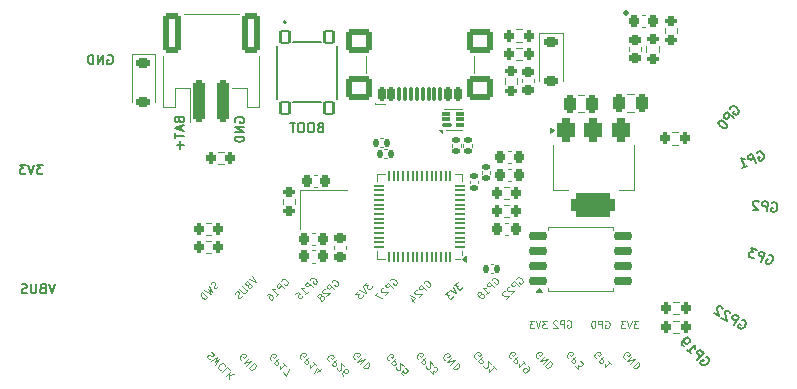
<source format=gbr>
%TF.GenerationSoftware,KiCad,Pcbnew,8.0.5-8.0.5-0~ubuntu22.04.1*%
%TF.CreationDate,2024-11-27T13:58:37+01:00*%
%TF.ProjectId,nerdYcontroller,6e657264-5963-46f6-9e74-726f6c6c6572,rev?*%
%TF.SameCoordinates,Original*%
%TF.FileFunction,Legend,Bot*%
%TF.FilePolarity,Positive*%
%FSLAX46Y46*%
G04 Gerber Fmt 4.6, Leading zero omitted, Abs format (unit mm)*
G04 Created by KiCad (PCBNEW 8.0.5-8.0.5-0~ubuntu22.04.1) date 2024-11-27 13:58:37*
%MOMM*%
%LPD*%
G01*
G04 APERTURE LIST*
G04 Aperture macros list*
%AMRoundRect*
0 Rectangle with rounded corners*
0 $1 Rounding radius*
0 $2 $3 $4 $5 $6 $7 $8 $9 X,Y pos of 4 corners*
0 Add a 4 corners polygon primitive as box body*
4,1,4,$2,$3,$4,$5,$6,$7,$8,$9,$2,$3,0*
0 Add four circle primitives for the rounded corners*
1,1,$1+$1,$2,$3*
1,1,$1+$1,$4,$5*
1,1,$1+$1,$6,$7*
1,1,$1+$1,$8,$9*
0 Add four rect primitives between the rounded corners*
20,1,$1+$1,$2,$3,$4,$5,0*
20,1,$1+$1,$4,$5,$6,$7,0*
20,1,$1+$1,$6,$7,$8,$9,0*
20,1,$1+$1,$8,$9,$2,$3,0*%
%AMFreePoly0*
4,1,16,2.068441,2.822910,2.098225,2.768757,2.100000,2.750000,2.100000,-2.750000,2.080902,-2.808779,2.030902,-2.845106,1.969098,-2.845106,1.951808,-2.837622,-3.048192,-0.087622,-3.090491,-0.042561,-3.098225,0.018757,-3.068441,0.072910,-3.048192,0.087622,1.951808,2.837622,2.012515,2.849214,2.068441,2.822910,2.068441,2.822910,$1*%
%AMFreePoly1*
4,1,26,6.500000,-2.000000,0.000000,-2.000000,-0.284630,-1.979643,-0.563465,-1.918986,-0.830830,-1.819264,-1.081282,-1.682507,-1.309721,-1.511499,-1.511499,-1.309721,-1.682507,-1.081283,-1.819264,-0.830830,-1.918986,-0.563465,-1.979643,-0.284630,-2.000000,0.000000,-1.979643,0.284630,-1.918986,0.563465,-1.819264,0.830830,-1.682507,1.081282,-1.511499,1.309721,-1.309721,1.511499,-1.081283,1.682507,
-0.830830,1.819264,-0.563465,1.918986,-0.284630,1.979643,0.000000,2.000000,6.500000,2.000000,6.500000,-2.000000,6.500000,-2.000000,$1*%
%AMFreePoly2*
4,1,35,6.858779,1.980902,6.895106,1.930901,6.900000,1.900000,6.900000,-1.900000,6.880902,-1.958779,6.830902,-1.995106,6.800000,-2.000000,0.000000,-2.000000,-0.284630,-1.979643,-0.563465,-1.918986,-0.830830,-1.819264,-1.081282,-1.682507,-1.309721,-1.511499,-1.511499,-1.309721,-1.682507,-1.081283,-1.819264,-0.830830,-1.918986,-0.563465,-1.979643,-0.284630,-2.000000,0.000000,-1.979643,0.284630,
-1.918986,0.563465,-1.819264,0.830830,-1.682507,1.081282,-1.511499,1.309721,-1.309721,1.511499,-1.081283,1.682507,-0.830830,1.819264,-0.563465,1.918986,-0.284630,1.979643,-0.267027,1.980902,-0.138852,1.990069,-0.133394,1.994260,-0.100000,2.000000,6.800000,2.000000,6.858779,1.980902,6.858779,1.980902,$1*%
G04 Aperture macros list end*
%ADD10C,0.150000*%
%ADD11C,0.075000*%
%ADD12C,0.120000*%
%ADD13C,0.127000*%
%ADD14C,0.200000*%
%ADD15C,0.277185*%
%ADD16FreePoly0,270.000000*%
%ADD17R,3.000000X3.700200*%
%ADD18C,1.600000*%
%ADD19FreePoly1,40.000000*%
%ADD20FreePoly2,220.000000*%
%ADD21FreePoly0,0.000000*%
%ADD22R,3.700200X3.000000*%
%ADD23FreePoly1,315.000000*%
%ADD24FreePoly2,145.000000*%
%ADD25FreePoly1,350.000000*%
%ADD26FreePoly0,90.000000*%
%ADD27FreePoly2,180.000000*%
%ADD28FreePoly1,20.000000*%
%ADD29FreePoly1,5.000000*%
%ADD30FreePoly0,180.000000*%
%ADD31FreePoly1,330.000000*%
%ADD32RoundRect,0.200000X-0.200000X-0.275000X0.200000X-0.275000X0.200000X0.275000X-0.200000X0.275000X0*%
%ADD33RoundRect,0.140000X-0.140000X-0.170000X0.140000X-0.170000X0.140000X0.170000X-0.140000X0.170000X0*%
%ADD34RoundRect,0.225000X-0.225000X-0.250000X0.225000X-0.250000X0.225000X0.250000X-0.225000X0.250000X0*%
%ADD35RoundRect,0.200000X0.200000X0.275000X-0.200000X0.275000X-0.200000X-0.275000X0.200000X-0.275000X0*%
%ADD36RoundRect,0.150000X-0.650000X-0.150000X0.650000X-0.150000X0.650000X0.150000X-0.650000X0.150000X0*%
%ADD37RoundRect,0.140000X-0.170000X0.140000X-0.170000X-0.140000X0.170000X-0.140000X0.170000X0.140000X0*%
%ADD38RoundRect,0.200000X0.275000X-0.200000X0.275000X0.200000X-0.275000X0.200000X-0.275000X-0.200000X0*%
%ADD39RoundRect,0.050000X0.050000X-0.387500X0.050000X0.387500X-0.050000X0.387500X-0.050000X-0.387500X0*%
%ADD40RoundRect,0.050000X0.387500X-0.050000X0.387500X0.050000X-0.387500X0.050000X-0.387500X-0.050000X0*%
%ADD41R,3.200000X3.200000*%
%ADD42RoundRect,0.200000X-0.275000X0.200000X-0.275000X-0.200000X0.275000X-0.200000X0.275000X0.200000X0*%
%ADD43RoundRect,0.225000X0.225000X0.250000X-0.225000X0.250000X-0.225000X-0.250000X0.225000X-0.250000X0*%
%ADD44RoundRect,0.225000X0.250000X-0.225000X0.250000X0.225000X-0.250000X0.225000X-0.250000X-0.225000X0*%
%ADD45RoundRect,0.102000X-0.375000X0.500000X-0.375000X-0.500000X0.375000X-0.500000X0.375000X0.500000X0*%
%ADD46R,1.400000X1.200000*%
%ADD47RoundRect,0.250000X-0.250000X-1.500000X0.250000X-1.500000X0.250000X1.500000X-0.250000X1.500000X0*%
%ADD48RoundRect,0.250001X-0.499999X-1.449999X0.499999X-1.449999X0.499999X1.449999X-0.499999X1.449999X0*%
%ADD49RoundRect,0.250000X-0.250000X-0.475000X0.250000X-0.475000X0.250000X0.475000X-0.250000X0.475000X0*%
%ADD50C,0.650000*%
%ADD51RoundRect,0.150000X-0.150000X-0.425000X0.150000X-0.425000X0.150000X0.425000X-0.150000X0.425000X0*%
%ADD52RoundRect,0.075000X-0.075000X-0.500000X0.075000X-0.500000X0.075000X0.500000X-0.075000X0.500000X0*%
%ADD53RoundRect,0.250000X-0.840000X-0.750000X0.840000X-0.750000X0.840000X0.750000X-0.840000X0.750000X0*%
%ADD54RoundRect,0.225000X-0.250000X0.225000X-0.250000X-0.225000X0.250000X-0.225000X0.250000X0.225000X0*%
%ADD55RoundRect,0.375000X-0.375000X0.625000X-0.375000X-0.625000X0.375000X-0.625000X0.375000X0.625000X0*%
%ADD56RoundRect,0.500000X-1.400000X0.500000X-1.400000X-0.500000X1.400000X-0.500000X1.400000X0.500000X0*%
%ADD57RoundRect,0.250000X0.250000X0.475000X-0.250000X0.475000X-0.250000X-0.475000X0.250000X-0.475000X0*%
%ADD58RoundRect,0.225000X-0.375000X0.225000X-0.375000X-0.225000X0.375000X-0.225000X0.375000X0.225000X0*%
%ADD59C,0.700000*%
%ADD60RoundRect,0.070000X0.355000X-0.070000X0.355000X0.070000X-0.355000X0.070000X-0.355000X-0.070000X0*%
%ADD61RoundRect,0.070000X0.305000X-0.070000X0.305000X0.070000X-0.305000X0.070000X-0.305000X-0.070000X0*%
G04 APERTURE END LIST*
D10*
X28543492Y5396951D02*
X28602058Y5458807D01*
X28602058Y5458807D02*
X28709452Y5497895D01*
X28709452Y5497895D02*
X28829874Y5501185D01*
X28829874Y5501185D02*
X28927529Y5455648D01*
X28927529Y5455648D02*
X28989385Y5397082D01*
X28989385Y5397082D02*
X29077300Y5266920D01*
X29077300Y5266920D02*
X29116388Y5159527D01*
X29116388Y5159527D02*
X29132708Y5003306D01*
X29132708Y5003306D02*
X29122969Y4918681D01*
X29122969Y4918681D02*
X29077432Y4821027D01*
X29077432Y4821027D02*
X28983068Y4746141D01*
X28983068Y4746141D02*
X28911472Y4720082D01*
X28911472Y4720082D02*
X28791049Y4716792D01*
X28791049Y4716792D02*
X28742222Y4739561D01*
X28742222Y4739561D02*
X28651017Y4990145D01*
X28651017Y4990145D02*
X28794208Y5042263D01*
X28446100Y4550701D02*
X28172484Y5302455D01*
X28172484Y5302455D02*
X27886102Y5198220D01*
X27886102Y5198220D02*
X27827536Y5136364D01*
X27827536Y5136364D02*
X27804767Y5087537D01*
X27804767Y5087537D02*
X27795028Y5002912D01*
X27795028Y5002912D02*
X27834116Y4895518D01*
X27834116Y4895518D02*
X27895972Y4836952D01*
X27895972Y4836952D02*
X27944800Y4814183D01*
X27944800Y4814183D02*
X28029425Y4804444D01*
X28029425Y4804444D02*
X28315807Y4908679D01*
X27300570Y4133762D02*
X27730144Y4290114D01*
X27515357Y4211938D02*
X27241741Y4963692D01*
X27241741Y4963692D02*
X27352425Y4882357D01*
X27352425Y4882357D02*
X27450079Y4836820D01*
X27450079Y4836820D02*
X27534704Y4827081D01*
D11*
X-10012408Y-12100284D02*
X-10073017Y-12080081D01*
X-10073017Y-12080081D02*
X-10133626Y-12019472D01*
X-10133626Y-12019472D02*
X-10174032Y-11938660D01*
X-10174032Y-11938660D02*
X-10174032Y-11857848D01*
X-10174032Y-11857848D02*
X-10153829Y-11797239D01*
X-10153829Y-11797239D02*
X-10093220Y-11696223D01*
X-10093220Y-11696223D02*
X-10032611Y-11635614D01*
X-10032611Y-11635614D02*
X-9931596Y-11575005D01*
X-9931596Y-11575005D02*
X-9870986Y-11554802D01*
X-9870986Y-11554802D02*
X-9790174Y-11554802D01*
X-9790174Y-11554802D02*
X-9709362Y-11595208D01*
X-9709362Y-11595208D02*
X-9668956Y-11635614D01*
X-9668956Y-11635614D02*
X-9628550Y-11716427D01*
X-9628550Y-11716427D02*
X-9628550Y-11756833D01*
X-9628550Y-11756833D02*
X-9769971Y-11898254D01*
X-9769971Y-11898254D02*
X-9850783Y-11817442D01*
X-9406316Y-11898254D02*
X-9830580Y-12322518D01*
X-9830580Y-12322518D02*
X-9668956Y-12484142D01*
X-9668956Y-12484142D02*
X-9608347Y-12504345D01*
X-9608347Y-12504345D02*
X-9567941Y-12504345D01*
X-9567941Y-12504345D02*
X-9507331Y-12484142D01*
X-9507331Y-12484142D02*
X-9446722Y-12423533D01*
X-9446722Y-12423533D02*
X-9426519Y-12362924D01*
X-9426519Y-12362924D02*
X-9426519Y-12322518D01*
X-9426519Y-12322518D02*
X-9446722Y-12261909D01*
X-9446722Y-12261909D02*
X-9608347Y-12100284D01*
X-8759819Y-12544752D02*
X-9002255Y-12302315D01*
X-8881037Y-12423533D02*
X-9305301Y-12847797D01*
X-9305301Y-12847797D02*
X-9285098Y-12746782D01*
X-9285098Y-12746782D02*
X-9285098Y-12665970D01*
X-9285098Y-12665970D02*
X-9305301Y-12605361D01*
X-8679006Y-13191250D02*
X-8396163Y-12908407D01*
X-8941646Y-13251859D02*
X-8739615Y-12847798D01*
X-8739615Y-12847798D02*
X-8476976Y-13110437D01*
X-7650208Y-12252684D02*
X-7710817Y-12232481D01*
X-7710817Y-12232481D02*
X-7771426Y-12171872D01*
X-7771426Y-12171872D02*
X-7811832Y-12091060D01*
X-7811832Y-12091060D02*
X-7811832Y-12010248D01*
X-7811832Y-12010248D02*
X-7791629Y-11949639D01*
X-7791629Y-11949639D02*
X-7731020Y-11848623D01*
X-7731020Y-11848623D02*
X-7670411Y-11788014D01*
X-7670411Y-11788014D02*
X-7569396Y-11727405D01*
X-7569396Y-11727405D02*
X-7508786Y-11707202D01*
X-7508786Y-11707202D02*
X-7427974Y-11707202D01*
X-7427974Y-11707202D02*
X-7347162Y-11747608D01*
X-7347162Y-11747608D02*
X-7306756Y-11788014D01*
X-7306756Y-11788014D02*
X-7266350Y-11868827D01*
X-7266350Y-11868827D02*
X-7266350Y-11909233D01*
X-7266350Y-11909233D02*
X-7407771Y-12050654D01*
X-7407771Y-12050654D02*
X-7488583Y-11969842D01*
X-7044116Y-12050654D02*
X-7468380Y-12474918D01*
X-7468380Y-12474918D02*
X-7306756Y-12636542D01*
X-7306756Y-12636542D02*
X-7246147Y-12656745D01*
X-7246147Y-12656745D02*
X-7205741Y-12656745D01*
X-7205741Y-12656745D02*
X-7145131Y-12636542D01*
X-7145131Y-12636542D02*
X-7084522Y-12575933D01*
X-7084522Y-12575933D02*
X-7064319Y-12515324D01*
X-7064319Y-12515324D02*
X-7064319Y-12474918D01*
X-7064319Y-12474918D02*
X-7084522Y-12414309D01*
X-7084522Y-12414309D02*
X-7246147Y-12252684D01*
X-7023913Y-12838573D02*
X-7023913Y-12878979D01*
X-7023913Y-12878979D02*
X-7003710Y-12939588D01*
X-7003710Y-12939588D02*
X-6902695Y-13040603D01*
X-6902695Y-13040603D02*
X-6842086Y-13060807D01*
X-6842086Y-13060807D02*
X-6801680Y-13060807D01*
X-6801680Y-13060807D02*
X-6741070Y-13040603D01*
X-6741070Y-13040603D02*
X-6700664Y-13000197D01*
X-6700664Y-13000197D02*
X-6660258Y-12919385D01*
X-6660258Y-12919385D02*
X-6660258Y-12434512D01*
X-6660258Y-12434512D02*
X-6397619Y-12697152D01*
X-6458227Y-13485071D02*
X-6539040Y-13404259D01*
X-6539040Y-13404259D02*
X-6559243Y-13343650D01*
X-6559243Y-13343650D02*
X-6559243Y-13303243D01*
X-6559243Y-13303243D02*
X-6539040Y-13202228D01*
X-6539040Y-13202228D02*
X-6478430Y-13101213D01*
X-6478430Y-13101213D02*
X-6316806Y-12939589D01*
X-6316806Y-12939589D02*
X-6256197Y-12919385D01*
X-6256197Y-12919385D02*
X-6215791Y-12919385D01*
X-6215791Y-12919385D02*
X-6155182Y-12939589D01*
X-6155182Y-12939589D02*
X-6074369Y-13020401D01*
X-6074369Y-13020401D02*
X-6054166Y-13081010D01*
X-6054166Y-13081010D02*
X-6054166Y-13121416D01*
X-6054166Y-13121416D02*
X-6074369Y-13182025D01*
X-6074369Y-13182025D02*
X-6175385Y-13283040D01*
X-6175385Y-13283040D02*
X-6235994Y-13303243D01*
X-6235994Y-13303243D02*
X-6276400Y-13303243D01*
X-6276400Y-13303243D02*
X-6337009Y-13283040D01*
X-6337009Y-13283040D02*
X-6417821Y-13202228D01*
X-6417821Y-13202228D02*
X-6438024Y-13141619D01*
X-6438024Y-13141619D02*
X-6438024Y-13101213D01*
X-6438024Y-13101213D02*
X-6417821Y-13040604D01*
X-2621008Y-12201884D02*
X-2681617Y-12181681D01*
X-2681617Y-12181681D02*
X-2742226Y-12121072D01*
X-2742226Y-12121072D02*
X-2782632Y-12040260D01*
X-2782632Y-12040260D02*
X-2782632Y-11959448D01*
X-2782632Y-11959448D02*
X-2762429Y-11898839D01*
X-2762429Y-11898839D02*
X-2701820Y-11797823D01*
X-2701820Y-11797823D02*
X-2641211Y-11737214D01*
X-2641211Y-11737214D02*
X-2540196Y-11676605D01*
X-2540196Y-11676605D02*
X-2479586Y-11656402D01*
X-2479586Y-11656402D02*
X-2398774Y-11656402D01*
X-2398774Y-11656402D02*
X-2317962Y-11696808D01*
X-2317962Y-11696808D02*
X-2277556Y-11737214D01*
X-2277556Y-11737214D02*
X-2237150Y-11818027D01*
X-2237150Y-11818027D02*
X-2237150Y-11858433D01*
X-2237150Y-11858433D02*
X-2378571Y-11999854D01*
X-2378571Y-11999854D02*
X-2459383Y-11919042D01*
X-2014916Y-11999854D02*
X-2439180Y-12424118D01*
X-2439180Y-12424118D02*
X-2277556Y-12585742D01*
X-2277556Y-12585742D02*
X-2216947Y-12605945D01*
X-2216947Y-12605945D02*
X-2176541Y-12605945D01*
X-2176541Y-12605945D02*
X-2115931Y-12585742D01*
X-2115931Y-12585742D02*
X-2055322Y-12525133D01*
X-2055322Y-12525133D02*
X-2035119Y-12464524D01*
X-2035119Y-12464524D02*
X-2035119Y-12424118D01*
X-2035119Y-12424118D02*
X-2055322Y-12363509D01*
X-2055322Y-12363509D02*
X-2216947Y-12201884D01*
X-1994713Y-12787773D02*
X-1994713Y-12828179D01*
X-1994713Y-12828179D02*
X-1974510Y-12888788D01*
X-1974510Y-12888788D02*
X-1873495Y-12989803D01*
X-1873495Y-12989803D02*
X-1812886Y-13010007D01*
X-1812886Y-13010007D02*
X-1772480Y-13010007D01*
X-1772480Y-13010007D02*
X-1711870Y-12989803D01*
X-1711870Y-12989803D02*
X-1671464Y-12949397D01*
X-1671464Y-12949397D02*
X-1631058Y-12868585D01*
X-1631058Y-12868585D02*
X-1631058Y-12383712D01*
X-1631058Y-12383712D02*
X-1368419Y-12646352D01*
X-1408824Y-13454474D02*
X-1610855Y-13252443D01*
X-1610855Y-13252443D02*
X-1429027Y-13030210D01*
X-1429027Y-13030210D02*
X-1429027Y-13070616D01*
X-1429027Y-13070616D02*
X-1408824Y-13131225D01*
X-1408824Y-13131225D02*
X-1307809Y-13232240D01*
X-1307809Y-13232240D02*
X-1247200Y-13252443D01*
X-1247200Y-13252443D02*
X-1206794Y-13252443D01*
X-1206794Y-13252443D02*
X-1146185Y-13232240D01*
X-1146185Y-13232240D02*
X-1045169Y-13131225D01*
X-1045169Y-13131225D02*
X-1024966Y-13070616D01*
X-1024966Y-13070616D02*
X-1024966Y-13030210D01*
X-1024966Y-13030210D02*
X-1045169Y-12969601D01*
X-1045169Y-12969601D02*
X-1146185Y-12868585D01*
X-1146185Y-12868585D02*
X-1206794Y-12848382D01*
X-1206794Y-12848382D02*
X-1247200Y-12848382D01*
D10*
X24273201Y-11871668D02*
X24354014Y-11898605D01*
X24354014Y-11898605D02*
X24434826Y-11979418D01*
X24434826Y-11979418D02*
X24488701Y-12087167D01*
X24488701Y-12087167D02*
X24488701Y-12194917D01*
X24488701Y-12194917D02*
X24461763Y-12275729D01*
X24461763Y-12275729D02*
X24380951Y-12410416D01*
X24380951Y-12410416D02*
X24300139Y-12491228D01*
X24300139Y-12491228D02*
X24165452Y-12572041D01*
X24165452Y-12572041D02*
X24084639Y-12598978D01*
X24084639Y-12598978D02*
X23976890Y-12598978D01*
X23976890Y-12598978D02*
X23869140Y-12545103D01*
X23869140Y-12545103D02*
X23815265Y-12491228D01*
X23815265Y-12491228D02*
X23761391Y-12383479D01*
X23761391Y-12383479D02*
X23761391Y-12329604D01*
X23761391Y-12329604D02*
X23949952Y-12141042D01*
X23949952Y-12141042D02*
X24057702Y-12248792D01*
X23465079Y-12141042D02*
X24030765Y-11575357D01*
X24030765Y-11575357D02*
X23815265Y-11359857D01*
X23815265Y-11359857D02*
X23734453Y-11332920D01*
X23734453Y-11332920D02*
X23680578Y-11332920D01*
X23680578Y-11332920D02*
X23599766Y-11359857D01*
X23599766Y-11359857D02*
X23518954Y-11440670D01*
X23518954Y-11440670D02*
X23492017Y-11521482D01*
X23492017Y-11521482D02*
X23492017Y-11575357D01*
X23492017Y-11575357D02*
X23518954Y-11656169D01*
X23518954Y-11656169D02*
X23734453Y-11871668D01*
X22603082Y-11279045D02*
X22926331Y-11602294D01*
X22764707Y-11440670D02*
X23330392Y-10874984D01*
X23330392Y-10874984D02*
X23303455Y-11009671D01*
X23303455Y-11009671D02*
X23303455Y-11117421D01*
X23303455Y-11117421D02*
X23330392Y-11198233D01*
X22333708Y-11009671D02*
X22225959Y-10901921D01*
X22225959Y-10901921D02*
X22199021Y-10821109D01*
X22199021Y-10821109D02*
X22199021Y-10767234D01*
X22199021Y-10767234D02*
X22225959Y-10632547D01*
X22225959Y-10632547D02*
X22306771Y-10497860D01*
X22306771Y-10497860D02*
X22522270Y-10282361D01*
X22522270Y-10282361D02*
X22603082Y-10255424D01*
X22603082Y-10255424D02*
X22656957Y-10255424D01*
X22656957Y-10255424D02*
X22737769Y-10282361D01*
X22737769Y-10282361D02*
X22845519Y-10390111D01*
X22845519Y-10390111D02*
X22872456Y-10470923D01*
X22872456Y-10470923D02*
X22872456Y-10524798D01*
X22872456Y-10524798D02*
X22845519Y-10605610D01*
X22845519Y-10605610D02*
X22710832Y-10740297D01*
X22710832Y-10740297D02*
X22630020Y-10767234D01*
X22630020Y-10767234D02*
X22576145Y-10767234D01*
X22576145Y-10767234D02*
X22495333Y-10740297D01*
X22495333Y-10740297D02*
X22387583Y-10632547D01*
X22387583Y-10632547D02*
X22360646Y-10551735D01*
X22360646Y-10551735D02*
X22360646Y-10497860D01*
X22360646Y-10497860D02*
X22387583Y-10417048D01*
D11*
X-17087391Y-5902414D02*
X-17127797Y-5983226D01*
X-17127797Y-5983226D02*
X-17228812Y-6084241D01*
X-17228812Y-6084241D02*
X-17289421Y-6104444D01*
X-17289421Y-6104444D02*
X-17329828Y-6104444D01*
X-17329828Y-6104444D02*
X-17390437Y-6084241D01*
X-17390437Y-6084241D02*
X-17430843Y-6043835D01*
X-17430843Y-6043835D02*
X-17451046Y-5983226D01*
X-17451046Y-5983226D02*
X-17451046Y-5942820D01*
X-17451046Y-5942820D02*
X-17430843Y-5882211D01*
X-17430843Y-5882211D02*
X-17370234Y-5781195D01*
X-17370234Y-5781195D02*
X-17350031Y-5720586D01*
X-17350031Y-5720586D02*
X-17350031Y-5680180D01*
X-17350031Y-5680180D02*
X-17370234Y-5619571D01*
X-17370234Y-5619571D02*
X-17410640Y-5579165D01*
X-17410640Y-5579165D02*
X-17471249Y-5558962D01*
X-17471249Y-5558962D02*
X-17511655Y-5558962D01*
X-17511655Y-5558962D02*
X-17572264Y-5579165D01*
X-17572264Y-5579165D02*
X-17673279Y-5680180D01*
X-17673279Y-5680180D02*
X-17713685Y-5760992D01*
X-17875310Y-5882211D02*
X-17552061Y-6407490D01*
X-17552061Y-6407490D02*
X-17935919Y-6185257D01*
X-17935919Y-6185257D02*
X-17713686Y-6569115D01*
X-17713686Y-6569115D02*
X-18238965Y-6245866D01*
X-17976325Y-6831754D02*
X-18400589Y-6407490D01*
X-18400589Y-6407490D02*
X-18501605Y-6508505D01*
X-18501605Y-6508505D02*
X-18542011Y-6589317D01*
X-18542011Y-6589317D02*
X-18542011Y-6670130D01*
X-18542011Y-6670130D02*
X-18521808Y-6730739D01*
X-18521808Y-6730739D02*
X-18461198Y-6831754D01*
X-18461198Y-6831754D02*
X-18400589Y-6892363D01*
X-18400589Y-6892363D02*
X-18299574Y-6952972D01*
X-18299574Y-6952972D02*
X-18238965Y-6973175D01*
X-18238965Y-6973175D02*
X-18158153Y-6973175D01*
X-18158153Y-6973175D02*
X-18077340Y-6932769D01*
X-18077340Y-6932769D02*
X-17976325Y-6831754D01*
X15724115Y-8871642D02*
X15781258Y-8843071D01*
X15781258Y-8843071D02*
X15866972Y-8843071D01*
X15866972Y-8843071D02*
X15952686Y-8871642D01*
X15952686Y-8871642D02*
X16009829Y-8928785D01*
X16009829Y-8928785D02*
X16038400Y-8985928D01*
X16038400Y-8985928D02*
X16066972Y-9100214D01*
X16066972Y-9100214D02*
X16066972Y-9185928D01*
X16066972Y-9185928D02*
X16038400Y-9300214D01*
X16038400Y-9300214D02*
X16009829Y-9357357D01*
X16009829Y-9357357D02*
X15952686Y-9414500D01*
X15952686Y-9414500D02*
X15866972Y-9443071D01*
X15866972Y-9443071D02*
X15809829Y-9443071D01*
X15809829Y-9443071D02*
X15724115Y-9414500D01*
X15724115Y-9414500D02*
X15695543Y-9385928D01*
X15695543Y-9385928D02*
X15695543Y-9185928D01*
X15695543Y-9185928D02*
X15809829Y-9185928D01*
X15438400Y-9443071D02*
X15438400Y-8843071D01*
X15438400Y-8843071D02*
X15209829Y-8843071D01*
X15209829Y-8843071D02*
X15152686Y-8871642D01*
X15152686Y-8871642D02*
X15124115Y-8900214D01*
X15124115Y-8900214D02*
X15095543Y-8957357D01*
X15095543Y-8957357D02*
X15095543Y-9043071D01*
X15095543Y-9043071D02*
X15124115Y-9100214D01*
X15124115Y-9100214D02*
X15152686Y-9128785D01*
X15152686Y-9128785D02*
X15209829Y-9157357D01*
X15209829Y-9157357D02*
X15438400Y-9157357D01*
X14724115Y-8843071D02*
X14666972Y-8843071D01*
X14666972Y-8843071D02*
X14609829Y-8871642D01*
X14609829Y-8871642D02*
X14581258Y-8900214D01*
X14581258Y-8900214D02*
X14552686Y-8957357D01*
X14552686Y-8957357D02*
X14524115Y-9071642D01*
X14524115Y-9071642D02*
X14524115Y-9214500D01*
X14524115Y-9214500D02*
X14552686Y-9328785D01*
X14552686Y-9328785D02*
X14581258Y-9385928D01*
X14581258Y-9385928D02*
X14609829Y-9414500D01*
X14609829Y-9414500D02*
X14666972Y-9443071D01*
X14666972Y-9443071D02*
X14724115Y-9443071D01*
X14724115Y-9443071D02*
X14781258Y-9414500D01*
X14781258Y-9414500D02*
X14809829Y-9385928D01*
X14809829Y-9385928D02*
X14838400Y-9328785D01*
X14838400Y-9328785D02*
X14866972Y-9214500D01*
X14866972Y-9214500D02*
X14866972Y-9071642D01*
X14866972Y-9071642D02*
X14838400Y-8957357D01*
X14838400Y-8957357D02*
X14809829Y-8900214D01*
X14809829Y-8900214D02*
X14781258Y-8871642D01*
X14781258Y-8871642D02*
X14724115Y-8843071D01*
X7691392Y-12024084D02*
X7630783Y-12003881D01*
X7630783Y-12003881D02*
X7570174Y-11943272D01*
X7570174Y-11943272D02*
X7529768Y-11862460D01*
X7529768Y-11862460D02*
X7529768Y-11781648D01*
X7529768Y-11781648D02*
X7549971Y-11721039D01*
X7549971Y-11721039D02*
X7610580Y-11620023D01*
X7610580Y-11620023D02*
X7671189Y-11559414D01*
X7671189Y-11559414D02*
X7772204Y-11498805D01*
X7772204Y-11498805D02*
X7832814Y-11478602D01*
X7832814Y-11478602D02*
X7913626Y-11478602D01*
X7913626Y-11478602D02*
X7994438Y-11519008D01*
X7994438Y-11519008D02*
X8034844Y-11559414D01*
X8034844Y-11559414D02*
X8075250Y-11640227D01*
X8075250Y-11640227D02*
X8075250Y-11680633D01*
X8075250Y-11680633D02*
X7933829Y-11822054D01*
X7933829Y-11822054D02*
X7853017Y-11741242D01*
X8297484Y-11822054D02*
X7873220Y-12246318D01*
X7873220Y-12246318D02*
X8034844Y-12407942D01*
X8034844Y-12407942D02*
X8095453Y-12428145D01*
X8095453Y-12428145D02*
X8135859Y-12428145D01*
X8135859Y-12428145D02*
X8196469Y-12407942D01*
X8196469Y-12407942D02*
X8257078Y-12347333D01*
X8257078Y-12347333D02*
X8277281Y-12286724D01*
X8277281Y-12286724D02*
X8277281Y-12246318D01*
X8277281Y-12246318D02*
X8257078Y-12185709D01*
X8257078Y-12185709D02*
X8095453Y-12024084D01*
X8943981Y-12468552D02*
X8701545Y-12226115D01*
X8822763Y-12347333D02*
X8398499Y-12771597D01*
X8398499Y-12771597D02*
X8418702Y-12670582D01*
X8418702Y-12670582D02*
X8418702Y-12589770D01*
X8418702Y-12589770D02*
X8398499Y-12529161D01*
X9146012Y-12670582D02*
X9226824Y-12751395D01*
X9226824Y-12751395D02*
X9247028Y-12812004D01*
X9247028Y-12812004D02*
X9247028Y-12852410D01*
X9247028Y-12852410D02*
X9226824Y-12953425D01*
X9226824Y-12953425D02*
X9166215Y-13054440D01*
X9166215Y-13054440D02*
X9004591Y-13216065D01*
X9004591Y-13216065D02*
X8943982Y-13236268D01*
X8943982Y-13236268D02*
X8903576Y-13236268D01*
X8903576Y-13236268D02*
X8842966Y-13216065D01*
X8842966Y-13216065D02*
X8762154Y-13135253D01*
X8762154Y-13135253D02*
X8741951Y-13074643D01*
X8741951Y-13074643D02*
X8741951Y-13034237D01*
X8741951Y-13034237D02*
X8762154Y-12973628D01*
X8762154Y-12973628D02*
X8863170Y-12872613D01*
X8863170Y-12872613D02*
X8923779Y-12852410D01*
X8923779Y-12852410D02*
X8964185Y-12852410D01*
X8964185Y-12852410D02*
X9024794Y-12872613D01*
X9024794Y-12872613D02*
X9105606Y-12953425D01*
X9105606Y-12953425D02*
X9125809Y-13014034D01*
X9125809Y-13014034D02*
X9125809Y-13054440D01*
X9125809Y-13054440D02*
X9105606Y-13115050D01*
X-4441049Y-5528950D02*
X-4703689Y-5791589D01*
X-4703689Y-5791589D02*
X-4400643Y-5811792D01*
X-4400643Y-5811792D02*
X-4461252Y-5872401D01*
X-4461252Y-5872401D02*
X-4481455Y-5933011D01*
X-4481455Y-5933011D02*
X-4481455Y-5973417D01*
X-4481455Y-5973417D02*
X-4461252Y-6034026D01*
X-4461252Y-6034026D02*
X-4360237Y-6135041D01*
X-4360237Y-6135041D02*
X-4299628Y-6155244D01*
X-4299628Y-6155244D02*
X-4259221Y-6155244D01*
X-4259221Y-6155244D02*
X-4198612Y-6135041D01*
X-4198612Y-6135041D02*
X-4077394Y-6013823D01*
X-4077394Y-6013823D02*
X-4057191Y-5953214D01*
X-4057191Y-5953214D02*
X-4057191Y-5912808D01*
X-4824907Y-5912808D02*
X-4542064Y-6478493D01*
X-4542064Y-6478493D02*
X-5107750Y-6195651D01*
X-5208765Y-6296666D02*
X-5471405Y-6559306D01*
X-5471405Y-6559306D02*
X-5168359Y-6579509D01*
X-5168359Y-6579509D02*
X-5228968Y-6640118D01*
X-5228968Y-6640118D02*
X-5249171Y-6700727D01*
X-5249171Y-6700727D02*
X-5249171Y-6741133D01*
X-5249171Y-6741133D02*
X-5228968Y-6801742D01*
X-5228968Y-6801742D02*
X-5127953Y-6902758D01*
X-5127953Y-6902758D02*
X-5067344Y-6922961D01*
X-5067344Y-6922961D02*
X-5026938Y-6922961D01*
X-5026938Y-6922961D02*
X-4966329Y-6902758D01*
X-4966329Y-6902758D02*
X-4845110Y-6781539D01*
X-4845110Y-6781539D02*
X-4824907Y-6720930D01*
X-4824907Y-6720930D02*
X-4824907Y-6680524D01*
D10*
X-8439286Y7549753D02*
X-8553572Y7511658D01*
X-8553572Y7511658D02*
X-8591667Y7473562D01*
X-8591667Y7473562D02*
X-8629763Y7397372D01*
X-8629763Y7397372D02*
X-8629763Y7283086D01*
X-8629763Y7283086D02*
X-8591667Y7206896D01*
X-8591667Y7206896D02*
X-8553572Y7168800D01*
X-8553572Y7168800D02*
X-8477382Y7130705D01*
X-8477382Y7130705D02*
X-8172620Y7130705D01*
X-8172620Y7130705D02*
X-8172620Y7930705D01*
X-8172620Y7930705D02*
X-8439286Y7930705D01*
X-8439286Y7930705D02*
X-8515477Y7892610D01*
X-8515477Y7892610D02*
X-8553572Y7854515D01*
X-8553572Y7854515D02*
X-8591667Y7778324D01*
X-8591667Y7778324D02*
X-8591667Y7702134D01*
X-8591667Y7702134D02*
X-8553572Y7625943D01*
X-8553572Y7625943D02*
X-8515477Y7587848D01*
X-8515477Y7587848D02*
X-8439286Y7549753D01*
X-8439286Y7549753D02*
X-8172620Y7549753D01*
X-9125001Y7930705D02*
X-9277382Y7930705D01*
X-9277382Y7930705D02*
X-9353572Y7892610D01*
X-9353572Y7892610D02*
X-9429763Y7816420D01*
X-9429763Y7816420D02*
X-9467858Y7664039D01*
X-9467858Y7664039D02*
X-9467858Y7397372D01*
X-9467858Y7397372D02*
X-9429763Y7244991D01*
X-9429763Y7244991D02*
X-9353572Y7168800D01*
X-9353572Y7168800D02*
X-9277382Y7130705D01*
X-9277382Y7130705D02*
X-9125001Y7130705D01*
X-9125001Y7130705D02*
X-9048810Y7168800D01*
X-9048810Y7168800D02*
X-8972620Y7244991D01*
X-8972620Y7244991D02*
X-8934524Y7397372D01*
X-8934524Y7397372D02*
X-8934524Y7664039D01*
X-8934524Y7664039D02*
X-8972620Y7816420D01*
X-8972620Y7816420D02*
X-9048810Y7892610D01*
X-9048810Y7892610D02*
X-9125001Y7930705D01*
X-9963096Y7930705D02*
X-10115477Y7930705D01*
X-10115477Y7930705D02*
X-10191667Y7892610D01*
X-10191667Y7892610D02*
X-10267858Y7816420D01*
X-10267858Y7816420D02*
X-10305953Y7664039D01*
X-10305953Y7664039D02*
X-10305953Y7397372D01*
X-10305953Y7397372D02*
X-10267858Y7244991D01*
X-10267858Y7244991D02*
X-10191667Y7168800D01*
X-10191667Y7168800D02*
X-10115477Y7130705D01*
X-10115477Y7130705D02*
X-9963096Y7130705D01*
X-9963096Y7130705D02*
X-9886905Y7168800D01*
X-9886905Y7168800D02*
X-9810715Y7244991D01*
X-9810715Y7244991D02*
X-9772619Y7397372D01*
X-9772619Y7397372D02*
X-9772619Y7664039D01*
X-9772619Y7664039D02*
X-9810715Y7816420D01*
X-9810715Y7816420D02*
X-9886905Y7892610D01*
X-9886905Y7892610D02*
X-9963096Y7930705D01*
X-10534524Y7930705D02*
X-10991667Y7930705D01*
X-10763095Y7130705D02*
X-10763095Y7930705D01*
D11*
X-12552408Y-12201884D02*
X-12613017Y-12181681D01*
X-12613017Y-12181681D02*
X-12673626Y-12121072D01*
X-12673626Y-12121072D02*
X-12714032Y-12040260D01*
X-12714032Y-12040260D02*
X-12714032Y-11959448D01*
X-12714032Y-11959448D02*
X-12693829Y-11898839D01*
X-12693829Y-11898839D02*
X-12633220Y-11797823D01*
X-12633220Y-11797823D02*
X-12572611Y-11737214D01*
X-12572611Y-11737214D02*
X-12471596Y-11676605D01*
X-12471596Y-11676605D02*
X-12410986Y-11656402D01*
X-12410986Y-11656402D02*
X-12330174Y-11656402D01*
X-12330174Y-11656402D02*
X-12249362Y-11696808D01*
X-12249362Y-11696808D02*
X-12208956Y-11737214D01*
X-12208956Y-11737214D02*
X-12168550Y-11818027D01*
X-12168550Y-11818027D02*
X-12168550Y-11858433D01*
X-12168550Y-11858433D02*
X-12309971Y-11999854D01*
X-12309971Y-11999854D02*
X-12390783Y-11919042D01*
X-11946316Y-11999854D02*
X-12370580Y-12424118D01*
X-12370580Y-12424118D02*
X-12208956Y-12585742D01*
X-12208956Y-12585742D02*
X-12148347Y-12605945D01*
X-12148347Y-12605945D02*
X-12107941Y-12605945D01*
X-12107941Y-12605945D02*
X-12047331Y-12585742D01*
X-12047331Y-12585742D02*
X-11986722Y-12525133D01*
X-11986722Y-12525133D02*
X-11966519Y-12464524D01*
X-11966519Y-12464524D02*
X-11966519Y-12424118D01*
X-11966519Y-12424118D02*
X-11986722Y-12363509D01*
X-11986722Y-12363509D02*
X-12148347Y-12201884D01*
X-11299819Y-12646352D02*
X-11542255Y-12403915D01*
X-11421037Y-12525133D02*
X-11845301Y-12949397D01*
X-11845301Y-12949397D02*
X-11825098Y-12848382D01*
X-11825098Y-12848382D02*
X-11825098Y-12767570D01*
X-11825098Y-12767570D02*
X-11845301Y-12706961D01*
X-11582661Y-13212037D02*
X-11299818Y-13494880D01*
X-11299818Y-13494880D02*
X-11057382Y-12888789D01*
X6086115Y-5354592D02*
X6106318Y-5293983D01*
X6106318Y-5293983D02*
X6166927Y-5233374D01*
X6166927Y-5233374D02*
X6247739Y-5192968D01*
X6247739Y-5192968D02*
X6328551Y-5192968D01*
X6328551Y-5192968D02*
X6389160Y-5213171D01*
X6389160Y-5213171D02*
X6490176Y-5273780D01*
X6490176Y-5273780D02*
X6550785Y-5334389D01*
X6550785Y-5334389D02*
X6611394Y-5435404D01*
X6611394Y-5435404D02*
X6631597Y-5496014D01*
X6631597Y-5496014D02*
X6631597Y-5576826D01*
X6631597Y-5576826D02*
X6591191Y-5657638D01*
X6591191Y-5657638D02*
X6550785Y-5698044D01*
X6550785Y-5698044D02*
X6469972Y-5738450D01*
X6469972Y-5738450D02*
X6429566Y-5738450D01*
X6429566Y-5738450D02*
X6288145Y-5597029D01*
X6288145Y-5597029D02*
X6368957Y-5516217D01*
X6288145Y-5960684D02*
X5863881Y-5536420D01*
X5863881Y-5536420D02*
X5702257Y-5698044D01*
X5702257Y-5698044D02*
X5682054Y-5758653D01*
X5682054Y-5758653D02*
X5682054Y-5799059D01*
X5682054Y-5799059D02*
X5702257Y-5859669D01*
X5702257Y-5859669D02*
X5762866Y-5920278D01*
X5762866Y-5920278D02*
X5823475Y-5940481D01*
X5823475Y-5940481D02*
X5863881Y-5940481D01*
X5863881Y-5940481D02*
X5924490Y-5920278D01*
X5924490Y-5920278D02*
X6086115Y-5758653D01*
X5641647Y-6607181D02*
X5884084Y-6364745D01*
X5762866Y-6485963D02*
X5338602Y-6061699D01*
X5338602Y-6061699D02*
X5439617Y-6081902D01*
X5439617Y-6081902D02*
X5520429Y-6081902D01*
X5520429Y-6081902D02*
X5581038Y-6061699D01*
X5156774Y-6607182D02*
X5176977Y-6546573D01*
X5176977Y-6546573D02*
X5176977Y-6506166D01*
X5176977Y-6506166D02*
X5156774Y-6445557D01*
X5156774Y-6445557D02*
X5136571Y-6425354D01*
X5136571Y-6425354D02*
X5075962Y-6405151D01*
X5075962Y-6405151D02*
X5035556Y-6405151D01*
X5035556Y-6405151D02*
X4974946Y-6425354D01*
X4974946Y-6425354D02*
X4894134Y-6506166D01*
X4894134Y-6506166D02*
X4873931Y-6566776D01*
X4873931Y-6566776D02*
X4873931Y-6607182D01*
X4873931Y-6607182D02*
X4894134Y-6667791D01*
X4894134Y-6667791D02*
X4914337Y-6687994D01*
X4914337Y-6687994D02*
X4974946Y-6708197D01*
X4974946Y-6708197D02*
X5015353Y-6708197D01*
X5015353Y-6708197D02*
X5075962Y-6687994D01*
X5075962Y-6687994D02*
X5156774Y-6607182D01*
X5156774Y-6607182D02*
X5217383Y-6586979D01*
X5217383Y-6586979D02*
X5257789Y-6586979D01*
X5257789Y-6586979D02*
X5318398Y-6607182D01*
X5318398Y-6607182D02*
X5399210Y-6687994D01*
X5399210Y-6687994D02*
X5419414Y-6748603D01*
X5419414Y-6748603D02*
X5419414Y-6789009D01*
X5419414Y-6789009D02*
X5399210Y-6849618D01*
X5399210Y-6849618D02*
X5318398Y-6930431D01*
X5318398Y-6930431D02*
X5257789Y-6950634D01*
X5257789Y-6950634D02*
X5217383Y-6950634D01*
X5217383Y-6950634D02*
X5156774Y-6930431D01*
X5156774Y-6930431D02*
X5075962Y-6849618D01*
X5075962Y-6849618D02*
X5055759Y-6789009D01*
X5055759Y-6789009D02*
X5055759Y-6748603D01*
X5055759Y-6748603D02*
X5075962Y-6687994D01*
D10*
X-31912170Y4385505D02*
X-32407408Y4385505D01*
X-32407408Y4385505D02*
X-32140742Y4080743D01*
X-32140742Y4080743D02*
X-32255027Y4080743D01*
X-32255027Y4080743D02*
X-32331218Y4042648D01*
X-32331218Y4042648D02*
X-32369313Y4004553D01*
X-32369313Y4004553D02*
X-32407408Y3928362D01*
X-32407408Y3928362D02*
X-32407408Y3737886D01*
X-32407408Y3737886D02*
X-32369313Y3661696D01*
X-32369313Y3661696D02*
X-32331218Y3623600D01*
X-32331218Y3623600D02*
X-32255027Y3585505D01*
X-32255027Y3585505D02*
X-32026456Y3585505D01*
X-32026456Y3585505D02*
X-31950265Y3623600D01*
X-31950265Y3623600D02*
X-31912170Y3661696D01*
X-32635980Y4385505D02*
X-32902647Y3585505D01*
X-32902647Y3585505D02*
X-33169313Y4385505D01*
X-33359789Y4385505D02*
X-33855027Y4385505D01*
X-33855027Y4385505D02*
X-33588361Y4080743D01*
X-33588361Y4080743D02*
X-33702646Y4080743D01*
X-33702646Y4080743D02*
X-33778837Y4042648D01*
X-33778837Y4042648D02*
X-33816932Y4004553D01*
X-33816932Y4004553D02*
X-33855027Y3928362D01*
X-33855027Y3928362D02*
X-33855027Y3737886D01*
X-33855027Y3737886D02*
X-33816932Y3661696D01*
X-33816932Y3661696D02*
X-33778837Y3623600D01*
X-33778837Y3623600D02*
X-33702646Y3585505D01*
X-33702646Y3585505D02*
X-33474075Y3585505D01*
X-33474075Y3585505D02*
X-33397884Y3623600D01*
X-33397884Y3623600D02*
X-33359789Y3661696D01*
X26248588Y9076604D02*
X26268379Y9159456D01*
X26268379Y9159456D02*
X26341841Y9247004D01*
X26341841Y9247004D02*
X26444485Y9310065D01*
X26444485Y9310065D02*
X26551825Y9319456D01*
X26551825Y9319456D02*
X26634677Y9299664D01*
X26634677Y9299664D02*
X26775895Y9230899D01*
X26775895Y9230899D02*
X26863443Y9157437D01*
X26863443Y9157437D02*
X26955686Y9030306D01*
X26955686Y9030306D02*
X26989564Y8952149D01*
X26989564Y8952149D02*
X26998955Y8844809D01*
X26998955Y8844809D02*
X26954676Y8732774D01*
X26954676Y8732774D02*
X26905702Y8674409D01*
X26905702Y8674409D02*
X26803058Y8611348D01*
X26803058Y8611348D02*
X26749388Y8606653D01*
X26749388Y8606653D02*
X26545110Y8778063D01*
X26545110Y8778063D02*
X26643058Y8894793D01*
X26587369Y8295035D02*
X25974534Y8809265D01*
X25974534Y8809265D02*
X25778637Y8575803D01*
X25778637Y8575803D02*
X25758845Y8492951D01*
X25758845Y8492951D02*
X25763540Y8439281D01*
X25763540Y8439281D02*
X25797419Y8361124D01*
X25797419Y8361124D02*
X25884966Y8287663D01*
X25884966Y8287663D02*
X25967819Y8267871D01*
X25967819Y8267871D02*
X26021489Y8272567D01*
X26021489Y8272567D02*
X26099646Y8306445D01*
X26099646Y8306445D02*
X26295543Y8539906D01*
X25362355Y8079698D02*
X25313381Y8021333D01*
X25313381Y8021333D02*
X25293589Y7938481D01*
X25293589Y7938481D02*
X25298285Y7884811D01*
X25298285Y7884811D02*
X25332163Y7806654D01*
X25332163Y7806654D02*
X25424406Y7679523D01*
X25424406Y7679523D02*
X25570319Y7557087D01*
X25570319Y7557087D02*
X25711537Y7488321D01*
X25711537Y7488321D02*
X25794390Y7468529D01*
X25794390Y7468529D02*
X25848059Y7473225D01*
X25848059Y7473225D02*
X25926216Y7507103D01*
X25926216Y7507103D02*
X25975191Y7565468D01*
X25975191Y7565468D02*
X25994982Y7648321D01*
X25994982Y7648321D02*
X25990287Y7701991D01*
X25990287Y7701991D02*
X25956409Y7780148D01*
X25956409Y7780148D02*
X25864165Y7907279D01*
X25864165Y7907279D02*
X25718252Y8029715D01*
X25718252Y8029715D02*
X25577034Y8098480D01*
X25577034Y8098480D02*
X25494182Y8118272D01*
X25494182Y8118272D02*
X25440512Y8113577D01*
X25440512Y8113577D02*
X25362355Y8079698D01*
D11*
X-5465808Y-12074884D02*
X-5526417Y-12054681D01*
X-5526417Y-12054681D02*
X-5587026Y-11994072D01*
X-5587026Y-11994072D02*
X-5627432Y-11913260D01*
X-5627432Y-11913260D02*
X-5627432Y-11832448D01*
X-5627432Y-11832448D02*
X-5607229Y-11771839D01*
X-5607229Y-11771839D02*
X-5546620Y-11670823D01*
X-5546620Y-11670823D02*
X-5486011Y-11610214D01*
X-5486011Y-11610214D02*
X-5384996Y-11549605D01*
X-5384996Y-11549605D02*
X-5324386Y-11529402D01*
X-5324386Y-11529402D02*
X-5243574Y-11529402D01*
X-5243574Y-11529402D02*
X-5162762Y-11569808D01*
X-5162762Y-11569808D02*
X-5122356Y-11610214D01*
X-5122356Y-11610214D02*
X-5081950Y-11691027D01*
X-5081950Y-11691027D02*
X-5081950Y-11731433D01*
X-5081950Y-11731433D02*
X-5223371Y-11872854D01*
X-5223371Y-11872854D02*
X-5304183Y-11792042D01*
X-4859716Y-11872854D02*
X-5283980Y-12297118D01*
X-5283980Y-12297118D02*
X-4617280Y-12115291D01*
X-4617280Y-12115291D02*
X-5041544Y-12539555D01*
X-4415249Y-12317321D02*
X-4839513Y-12741585D01*
X-4839513Y-12741585D02*
X-4738498Y-12842600D01*
X-4738498Y-12842600D02*
X-4657686Y-12883006D01*
X-4657686Y-12883006D02*
X-4576874Y-12883006D01*
X-4576874Y-12883006D02*
X-4516265Y-12862803D01*
X-4516265Y-12862803D02*
X-4415249Y-12802194D01*
X-4415249Y-12802194D02*
X-4354640Y-12741585D01*
X-4354640Y-12741585D02*
X-4294031Y-12640570D01*
X-4294031Y-12640570D02*
X-4273828Y-12579960D01*
X-4273828Y-12579960D02*
X-4273828Y-12499148D01*
X-4273828Y-12499148D02*
X-4314234Y-12418336D01*
X-4314234Y-12418336D02*
X-4415249Y-12317321D01*
X-14174446Y-5026147D02*
X-13891603Y-5591832D01*
X-13891603Y-5591832D02*
X-14457289Y-5308989D01*
X-14538101Y-5793863D02*
X-14578507Y-5874675D01*
X-14578507Y-5874675D02*
X-14578507Y-5915081D01*
X-14578507Y-5915081D02*
X-14558304Y-5975690D01*
X-14558304Y-5975690D02*
X-14497695Y-6036299D01*
X-14497695Y-6036299D02*
X-14437086Y-6056502D01*
X-14437086Y-6056502D02*
X-14396680Y-6056502D01*
X-14396680Y-6056502D02*
X-14336070Y-6036299D01*
X-14336070Y-6036299D02*
X-14174446Y-5874675D01*
X-14174446Y-5874675D02*
X-14598710Y-5450411D01*
X-14598710Y-5450411D02*
X-14740131Y-5591832D01*
X-14740131Y-5591832D02*
X-14760334Y-5652441D01*
X-14760334Y-5652441D02*
X-14760334Y-5692847D01*
X-14760334Y-5692847D02*
X-14740131Y-5753457D01*
X-14740131Y-5753457D02*
X-14699725Y-5793863D01*
X-14699725Y-5793863D02*
X-14639116Y-5814066D01*
X-14639116Y-5814066D02*
X-14598710Y-5814066D01*
X-14598710Y-5814066D02*
X-14538101Y-5793863D01*
X-14538101Y-5793863D02*
X-14396680Y-5652441D01*
X-15022974Y-5874675D02*
X-14679522Y-6218127D01*
X-14679522Y-6218127D02*
X-14659319Y-6278736D01*
X-14659319Y-6278736D02*
X-14659319Y-6319142D01*
X-14659319Y-6319142D02*
X-14679522Y-6379751D01*
X-14679522Y-6379751D02*
X-14760334Y-6460563D01*
X-14760334Y-6460563D02*
X-14820944Y-6480766D01*
X-14820944Y-6480766D02*
X-14861350Y-6480766D01*
X-14861350Y-6480766D02*
X-14921959Y-6460563D01*
X-14921959Y-6460563D02*
X-15265411Y-6117111D01*
X-15043177Y-6703000D02*
X-15083583Y-6783812D01*
X-15083583Y-6783812D02*
X-15184598Y-6884827D01*
X-15184598Y-6884827D02*
X-15245207Y-6905030D01*
X-15245207Y-6905030D02*
X-15285614Y-6905030D01*
X-15285614Y-6905030D02*
X-15346223Y-6884827D01*
X-15346223Y-6884827D02*
X-15386629Y-6844421D01*
X-15386629Y-6844421D02*
X-15406832Y-6783812D01*
X-15406832Y-6783812D02*
X-15406832Y-6743406D01*
X-15406832Y-6743406D02*
X-15386629Y-6682797D01*
X-15386629Y-6682797D02*
X-15326020Y-6581781D01*
X-15326020Y-6581781D02*
X-15305817Y-6521172D01*
X-15305817Y-6521172D02*
X-15305817Y-6480766D01*
X-15305817Y-6480766D02*
X-15326020Y-6420157D01*
X-15326020Y-6420157D02*
X-15366426Y-6379751D01*
X-15366426Y-6379751D02*
X-15427035Y-6359548D01*
X-15427035Y-6359548D02*
X-15467441Y-6359548D01*
X-15467441Y-6359548D02*
X-15528050Y-6379751D01*
X-15528050Y-6379751D02*
X-15629065Y-6480766D01*
X-15629065Y-6480766D02*
X-15669471Y-6561578D01*
X-15092408Y-12176484D02*
X-15153017Y-12156281D01*
X-15153017Y-12156281D02*
X-15213626Y-12095672D01*
X-15213626Y-12095672D02*
X-15254032Y-12014860D01*
X-15254032Y-12014860D02*
X-15254032Y-11934048D01*
X-15254032Y-11934048D02*
X-15233829Y-11873439D01*
X-15233829Y-11873439D02*
X-15173220Y-11772423D01*
X-15173220Y-11772423D02*
X-15112611Y-11711814D01*
X-15112611Y-11711814D02*
X-15011596Y-11651205D01*
X-15011596Y-11651205D02*
X-14950986Y-11631002D01*
X-14950986Y-11631002D02*
X-14870174Y-11631002D01*
X-14870174Y-11631002D02*
X-14789362Y-11671408D01*
X-14789362Y-11671408D02*
X-14748956Y-11711814D01*
X-14748956Y-11711814D02*
X-14708550Y-11792627D01*
X-14708550Y-11792627D02*
X-14708550Y-11833033D01*
X-14708550Y-11833033D02*
X-14849971Y-11974454D01*
X-14849971Y-11974454D02*
X-14930783Y-11893642D01*
X-14486316Y-11974454D02*
X-14910580Y-12398718D01*
X-14910580Y-12398718D02*
X-14243880Y-12216891D01*
X-14243880Y-12216891D02*
X-14668144Y-12641155D01*
X-14041849Y-12418921D02*
X-14466113Y-12843185D01*
X-14466113Y-12843185D02*
X-14365098Y-12944200D01*
X-14365098Y-12944200D02*
X-14284286Y-12984606D01*
X-14284286Y-12984606D02*
X-14203474Y-12984606D01*
X-14203474Y-12984606D02*
X-14142865Y-12964403D01*
X-14142865Y-12964403D02*
X-14041849Y-12903794D01*
X-14041849Y-12903794D02*
X-13981240Y-12843185D01*
X-13981240Y-12843185D02*
X-13920631Y-12742170D01*
X-13920631Y-12742170D02*
X-13900428Y-12681560D01*
X-13900428Y-12681560D02*
X-13900428Y-12600748D01*
X-13900428Y-12600748D02*
X-13940834Y-12519936D01*
X-13940834Y-12519936D02*
X-14041849Y-12418921D01*
D10*
X27313591Y-8740718D02*
X27398621Y-8745822D01*
X27398621Y-8745822D02*
X27497595Y-8802965D01*
X27497595Y-8802965D02*
X27577522Y-8893099D01*
X27577522Y-8893099D02*
X27605410Y-8997177D01*
X27605410Y-8997177D02*
X27600306Y-9082208D01*
X27600306Y-9082208D02*
X27557107Y-9233221D01*
X27557107Y-9233221D02*
X27499964Y-9332195D01*
X27499964Y-9332195D02*
X27390782Y-9445114D01*
X27390782Y-9445114D02*
X27319695Y-9492049D01*
X27319695Y-9492049D02*
X27215617Y-9519936D01*
X27215617Y-9519936D02*
X27097595Y-9495785D01*
X27097595Y-9495785D02*
X27031613Y-9457690D01*
X27031613Y-9457690D02*
X26951686Y-9367556D01*
X26951686Y-9367556D02*
X26937742Y-9315516D01*
X26937742Y-9315516D02*
X27071075Y-9084576D01*
X27071075Y-9084576D02*
X27203041Y-9160767D01*
X26602724Y-9210071D02*
X27002724Y-8517250D01*
X27002724Y-8517250D02*
X26738792Y-8364870D01*
X26738792Y-8364870D02*
X26653762Y-8359766D01*
X26653762Y-8359766D02*
X26601723Y-8373710D01*
X26601723Y-8373710D02*
X26530636Y-8420645D01*
X26530636Y-8420645D02*
X26473493Y-8519619D01*
X26473493Y-8519619D02*
X26468389Y-8604650D01*
X26468389Y-8604650D02*
X26482333Y-8656689D01*
X26482333Y-8656689D02*
X26529268Y-8727775D01*
X26529268Y-8727775D02*
X26793200Y-8880156D01*
X26304800Y-8202281D02*
X26290856Y-8150242D01*
X26290856Y-8150242D02*
X26243921Y-8079155D01*
X26243921Y-8079155D02*
X26078963Y-7983917D01*
X26078963Y-7983917D02*
X25993933Y-7978813D01*
X25993933Y-7978813D02*
X25941894Y-7992757D01*
X25941894Y-7992757D02*
X25870807Y-8039692D01*
X25870807Y-8039692D02*
X25832712Y-8105675D01*
X25832712Y-8105675D02*
X25808560Y-8223697D01*
X25808560Y-8223697D02*
X25975886Y-8848166D01*
X25975886Y-8848166D02*
X25546998Y-8600547D01*
X25644971Y-7821328D02*
X25631027Y-7769289D01*
X25631027Y-7769289D02*
X25584091Y-7698203D01*
X25584091Y-7698203D02*
X25419134Y-7602965D01*
X25419134Y-7602965D02*
X25334104Y-7597861D01*
X25334104Y-7597861D02*
X25282065Y-7611805D01*
X25282065Y-7611805D02*
X25210978Y-7658740D01*
X25210978Y-7658740D02*
X25172883Y-7724723D01*
X25172883Y-7724723D02*
X25148731Y-7842745D01*
X25148731Y-7842745D02*
X25316057Y-8467214D01*
X25316057Y-8467214D02*
X24887168Y-8219594D01*
D11*
X17394192Y-12049484D02*
X17333583Y-12029281D01*
X17333583Y-12029281D02*
X17272974Y-11968672D01*
X17272974Y-11968672D02*
X17232568Y-11887860D01*
X17232568Y-11887860D02*
X17232568Y-11807048D01*
X17232568Y-11807048D02*
X17252771Y-11746439D01*
X17252771Y-11746439D02*
X17313380Y-11645423D01*
X17313380Y-11645423D02*
X17373989Y-11584814D01*
X17373989Y-11584814D02*
X17475004Y-11524205D01*
X17475004Y-11524205D02*
X17535614Y-11504002D01*
X17535614Y-11504002D02*
X17616426Y-11504002D01*
X17616426Y-11504002D02*
X17697238Y-11544408D01*
X17697238Y-11544408D02*
X17737644Y-11584814D01*
X17737644Y-11584814D02*
X17778050Y-11665627D01*
X17778050Y-11665627D02*
X17778050Y-11706033D01*
X17778050Y-11706033D02*
X17636629Y-11847454D01*
X17636629Y-11847454D02*
X17555817Y-11766642D01*
X18000284Y-11847454D02*
X17576020Y-12271718D01*
X17576020Y-12271718D02*
X18242720Y-12089891D01*
X18242720Y-12089891D02*
X17818456Y-12514155D01*
X18444751Y-12291921D02*
X18020487Y-12716185D01*
X18020487Y-12716185D02*
X18121502Y-12817200D01*
X18121502Y-12817200D02*
X18202314Y-12857606D01*
X18202314Y-12857606D02*
X18283126Y-12857606D01*
X18283126Y-12857606D02*
X18343735Y-12837403D01*
X18343735Y-12837403D02*
X18444751Y-12776794D01*
X18444751Y-12776794D02*
X18505360Y-12716185D01*
X18505360Y-12716185D02*
X18565969Y-12615170D01*
X18565969Y-12615170D02*
X18586172Y-12554560D01*
X18586172Y-12554560D02*
X18586172Y-12473748D01*
X18586172Y-12473748D02*
X18545766Y-12392936D01*
X18545766Y-12392936D02*
X18444751Y-12291921D01*
X-2499085Y-5430792D02*
X-2478882Y-5370183D01*
X-2478882Y-5370183D02*
X-2418273Y-5309574D01*
X-2418273Y-5309574D02*
X-2337461Y-5269168D01*
X-2337461Y-5269168D02*
X-2256649Y-5269168D01*
X-2256649Y-5269168D02*
X-2196040Y-5289371D01*
X-2196040Y-5289371D02*
X-2095024Y-5349980D01*
X-2095024Y-5349980D02*
X-2034415Y-5410589D01*
X-2034415Y-5410589D02*
X-1973806Y-5511604D01*
X-1973806Y-5511604D02*
X-1953603Y-5572214D01*
X-1953603Y-5572214D02*
X-1953603Y-5653026D01*
X-1953603Y-5653026D02*
X-1994009Y-5733838D01*
X-1994009Y-5733838D02*
X-2034415Y-5774244D01*
X-2034415Y-5774244D02*
X-2115228Y-5814650D01*
X-2115228Y-5814650D02*
X-2155634Y-5814650D01*
X-2155634Y-5814650D02*
X-2297055Y-5673229D01*
X-2297055Y-5673229D02*
X-2216243Y-5592417D01*
X-2297055Y-6036884D02*
X-2721319Y-5612620D01*
X-2721319Y-5612620D02*
X-2882943Y-5774244D01*
X-2882943Y-5774244D02*
X-2903146Y-5834853D01*
X-2903146Y-5834853D02*
X-2903146Y-5875259D01*
X-2903146Y-5875259D02*
X-2882943Y-5935869D01*
X-2882943Y-5935869D02*
X-2822334Y-5996478D01*
X-2822334Y-5996478D02*
X-2761725Y-6016681D01*
X-2761725Y-6016681D02*
X-2721319Y-6016681D01*
X-2721319Y-6016681D02*
X-2660710Y-5996478D01*
X-2660710Y-5996478D02*
X-2499085Y-5834853D01*
X-3084974Y-6057087D02*
X-3125380Y-6057087D01*
X-3125380Y-6057087D02*
X-3185989Y-6077290D01*
X-3185989Y-6077290D02*
X-3287004Y-6178305D01*
X-3287004Y-6178305D02*
X-3307208Y-6238914D01*
X-3307208Y-6238914D02*
X-3307208Y-6279320D01*
X-3307208Y-6279320D02*
X-3287004Y-6339930D01*
X-3287004Y-6339930D02*
X-3246598Y-6380336D01*
X-3246598Y-6380336D02*
X-3165786Y-6420742D01*
X-3165786Y-6420742D02*
X-2680913Y-6420742D01*
X-2680913Y-6420742D02*
X-2943553Y-6683381D01*
X-3509238Y-6400539D02*
X-3792081Y-6683382D01*
X-3792081Y-6683382D02*
X-3185990Y-6925818D01*
D10*
X-30858075Y-5723695D02*
X-31124742Y-6523695D01*
X-31124742Y-6523695D02*
X-31391408Y-5723695D01*
X-31924741Y-6104647D02*
X-32039027Y-6142742D01*
X-32039027Y-6142742D02*
X-32077122Y-6180838D01*
X-32077122Y-6180838D02*
X-32115218Y-6257028D01*
X-32115218Y-6257028D02*
X-32115218Y-6371314D01*
X-32115218Y-6371314D02*
X-32077122Y-6447504D01*
X-32077122Y-6447504D02*
X-32039027Y-6485600D01*
X-32039027Y-6485600D02*
X-31962837Y-6523695D01*
X-31962837Y-6523695D02*
X-31658075Y-6523695D01*
X-31658075Y-6523695D02*
X-31658075Y-5723695D01*
X-31658075Y-5723695D02*
X-31924741Y-5723695D01*
X-31924741Y-5723695D02*
X-32000932Y-5761790D01*
X-32000932Y-5761790D02*
X-32039027Y-5799885D01*
X-32039027Y-5799885D02*
X-32077122Y-5876076D01*
X-32077122Y-5876076D02*
X-32077122Y-5952266D01*
X-32077122Y-5952266D02*
X-32039027Y-6028457D01*
X-32039027Y-6028457D02*
X-32000932Y-6066552D01*
X-32000932Y-6066552D02*
X-31924741Y-6104647D01*
X-31924741Y-6104647D02*
X-31658075Y-6104647D01*
X-32458075Y-5723695D02*
X-32458075Y-6371314D01*
X-32458075Y-6371314D02*
X-32496170Y-6447504D01*
X-32496170Y-6447504D02*
X-32534265Y-6485600D01*
X-32534265Y-6485600D02*
X-32610456Y-6523695D01*
X-32610456Y-6523695D02*
X-32762837Y-6523695D01*
X-32762837Y-6523695D02*
X-32839027Y-6485600D01*
X-32839027Y-6485600D02*
X-32877122Y-6447504D01*
X-32877122Y-6447504D02*
X-32915218Y-6371314D01*
X-32915218Y-6371314D02*
X-32915218Y-5723695D01*
X-33258074Y-6485600D02*
X-33372360Y-6523695D01*
X-33372360Y-6523695D02*
X-33562836Y-6523695D01*
X-33562836Y-6523695D02*
X-33639027Y-6485600D01*
X-33639027Y-6485600D02*
X-33677122Y-6447504D01*
X-33677122Y-6447504D02*
X-33715217Y-6371314D01*
X-33715217Y-6371314D02*
X-33715217Y-6295123D01*
X-33715217Y-6295123D02*
X-33677122Y-6218933D01*
X-33677122Y-6218933D02*
X-33639027Y-6180838D01*
X-33639027Y-6180838D02*
X-33562836Y-6142742D01*
X-33562836Y-6142742D02*
X-33410455Y-6104647D01*
X-33410455Y-6104647D02*
X-33334265Y-6066552D01*
X-33334265Y-6066552D02*
X-33296170Y-6028457D01*
X-33296170Y-6028457D02*
X-33258074Y-5952266D01*
X-33258074Y-5952266D02*
X-33258074Y-5876076D01*
X-33258074Y-5876076D02*
X-33296170Y-5799885D01*
X-33296170Y-5799885D02*
X-33334265Y-5761790D01*
X-33334265Y-5761790D02*
X-33410455Y-5723695D01*
X-33410455Y-5723695D02*
X-33600932Y-5723695D01*
X-33600932Y-5723695D02*
X-33715217Y-5761790D01*
D11*
X4770392Y-12049484D02*
X4709783Y-12029281D01*
X4709783Y-12029281D02*
X4649174Y-11968672D01*
X4649174Y-11968672D02*
X4608768Y-11887860D01*
X4608768Y-11887860D02*
X4608768Y-11807048D01*
X4608768Y-11807048D02*
X4628971Y-11746439D01*
X4628971Y-11746439D02*
X4689580Y-11645423D01*
X4689580Y-11645423D02*
X4750189Y-11584814D01*
X4750189Y-11584814D02*
X4851204Y-11524205D01*
X4851204Y-11524205D02*
X4911814Y-11504002D01*
X4911814Y-11504002D02*
X4992626Y-11504002D01*
X4992626Y-11504002D02*
X5073438Y-11544408D01*
X5073438Y-11544408D02*
X5113844Y-11584814D01*
X5113844Y-11584814D02*
X5154250Y-11665627D01*
X5154250Y-11665627D02*
X5154250Y-11706033D01*
X5154250Y-11706033D02*
X5012829Y-11847454D01*
X5012829Y-11847454D02*
X4932017Y-11766642D01*
X5376484Y-11847454D02*
X4952220Y-12271718D01*
X4952220Y-12271718D02*
X5113844Y-12433342D01*
X5113844Y-12433342D02*
X5174453Y-12453545D01*
X5174453Y-12453545D02*
X5214859Y-12453545D01*
X5214859Y-12453545D02*
X5275469Y-12433342D01*
X5275469Y-12433342D02*
X5336078Y-12372733D01*
X5336078Y-12372733D02*
X5356281Y-12312124D01*
X5356281Y-12312124D02*
X5356281Y-12271718D01*
X5356281Y-12271718D02*
X5336078Y-12211109D01*
X5336078Y-12211109D02*
X5174453Y-12049484D01*
X5396687Y-12635373D02*
X5396687Y-12675779D01*
X5396687Y-12675779D02*
X5416890Y-12736388D01*
X5416890Y-12736388D02*
X5517905Y-12837403D01*
X5517905Y-12837403D02*
X5578514Y-12857607D01*
X5578514Y-12857607D02*
X5618920Y-12857607D01*
X5618920Y-12857607D02*
X5679530Y-12837403D01*
X5679530Y-12837403D02*
X5719936Y-12796997D01*
X5719936Y-12796997D02*
X5760342Y-12716185D01*
X5760342Y-12716185D02*
X5760342Y-12231312D01*
X5760342Y-12231312D02*
X6022981Y-12493952D01*
X6427043Y-12898013D02*
X6184606Y-12655576D01*
X6305824Y-12776795D02*
X5881560Y-13201059D01*
X5881560Y-13201059D02*
X5901763Y-13100043D01*
X5901763Y-13100043D02*
X5901763Y-13019231D01*
X5901763Y-13019231D02*
X5881560Y-12958622D01*
X18483143Y-8893871D02*
X18111715Y-8893871D01*
X18111715Y-8893871D02*
X18311715Y-9122442D01*
X18311715Y-9122442D02*
X18226000Y-9122442D01*
X18226000Y-9122442D02*
X18168858Y-9151014D01*
X18168858Y-9151014D02*
X18140286Y-9179585D01*
X18140286Y-9179585D02*
X18111715Y-9236728D01*
X18111715Y-9236728D02*
X18111715Y-9379585D01*
X18111715Y-9379585D02*
X18140286Y-9436728D01*
X18140286Y-9436728D02*
X18168858Y-9465300D01*
X18168858Y-9465300D02*
X18226000Y-9493871D01*
X18226000Y-9493871D02*
X18397429Y-9493871D01*
X18397429Y-9493871D02*
X18454572Y-9465300D01*
X18454572Y-9465300D02*
X18483143Y-9436728D01*
X17940286Y-8893871D02*
X17740286Y-9493871D01*
X17740286Y-9493871D02*
X17540286Y-8893871D01*
X17397428Y-8893871D02*
X17026000Y-8893871D01*
X17026000Y-8893871D02*
X17226000Y-9122442D01*
X17226000Y-9122442D02*
X17140285Y-9122442D01*
X17140285Y-9122442D02*
X17083143Y-9151014D01*
X17083143Y-9151014D02*
X17054571Y-9179585D01*
X17054571Y-9179585D02*
X17026000Y-9236728D01*
X17026000Y-9236728D02*
X17026000Y-9379585D01*
X17026000Y-9379585D02*
X17054571Y-9436728D01*
X17054571Y-9436728D02*
X17083143Y-9465300D01*
X17083143Y-9465300D02*
X17140285Y-9493871D01*
X17140285Y-9493871D02*
X17311714Y-9493871D01*
X17311714Y-9493871D02*
X17368857Y-9465300D01*
X17368857Y-9465300D02*
X17397428Y-9436728D01*
D10*
X29839481Y1161086D02*
X29918702Y1192396D01*
X29918702Y1192396D02*
X30032553Y1182435D01*
X30032553Y1182435D02*
X30143084Y1134524D01*
X30143084Y1134524D02*
X30212344Y1051983D01*
X30212344Y1051983D02*
X30243654Y972763D01*
X30243654Y972763D02*
X30268323Y817641D01*
X30268323Y817641D02*
X30258362Y703790D01*
X30258362Y703790D02*
X30207131Y555310D01*
X30207131Y555310D02*
X30162541Y482729D01*
X30162541Y482729D02*
X30080000Y413469D01*
X30080000Y413469D02*
X29962828Y385480D01*
X29962828Y385480D02*
X29886928Y392120D01*
X29886928Y392120D02*
X29776397Y440031D01*
X29776397Y440031D02*
X29741767Y481301D01*
X29741767Y481301D02*
X29765009Y746953D01*
X29765009Y746953D02*
X29916810Y733672D01*
X29393574Y435283D02*
X29463299Y1232239D01*
X29463299Y1232239D02*
X29159697Y1258800D01*
X29159697Y1258800D02*
X29080476Y1227491D01*
X29080476Y1227491D02*
X29039206Y1192860D01*
X29039206Y1192860D02*
X28994615Y1120280D01*
X28994615Y1120280D02*
X28984654Y1006429D01*
X28984654Y1006429D02*
X29015964Y927209D01*
X29015964Y927209D02*
X29050594Y885938D01*
X29050594Y885938D02*
X29123174Y841347D01*
X29123174Y841347D02*
X29426777Y814786D01*
X28697653Y1222742D02*
X28663023Y1264013D01*
X28663023Y1264013D02*
X28590443Y1308604D01*
X28590443Y1308604D02*
X28400691Y1325205D01*
X28400691Y1325205D02*
X28321471Y1293895D01*
X28321471Y1293895D02*
X28280200Y1259265D01*
X28280200Y1259265D02*
X28235609Y1186685D01*
X28235609Y1186685D02*
X28228969Y1110784D01*
X28228969Y1110784D02*
X28256959Y993613D01*
X28256959Y993613D02*
X28672519Y498367D01*
X28672519Y498367D02*
X28179166Y541530D01*
D11*
X12498315Y-8846242D02*
X12555458Y-8817671D01*
X12555458Y-8817671D02*
X12641172Y-8817671D01*
X12641172Y-8817671D02*
X12726886Y-8846242D01*
X12726886Y-8846242D02*
X12784029Y-8903385D01*
X12784029Y-8903385D02*
X12812600Y-8960528D01*
X12812600Y-8960528D02*
X12841172Y-9074814D01*
X12841172Y-9074814D02*
X12841172Y-9160528D01*
X12841172Y-9160528D02*
X12812600Y-9274814D01*
X12812600Y-9274814D02*
X12784029Y-9331957D01*
X12784029Y-9331957D02*
X12726886Y-9389100D01*
X12726886Y-9389100D02*
X12641172Y-9417671D01*
X12641172Y-9417671D02*
X12584029Y-9417671D01*
X12584029Y-9417671D02*
X12498315Y-9389100D01*
X12498315Y-9389100D02*
X12469743Y-9360528D01*
X12469743Y-9360528D02*
X12469743Y-9160528D01*
X12469743Y-9160528D02*
X12584029Y-9160528D01*
X12212600Y-9417671D02*
X12212600Y-8817671D01*
X12212600Y-8817671D02*
X11984029Y-8817671D01*
X11984029Y-8817671D02*
X11926886Y-8846242D01*
X11926886Y-8846242D02*
X11898315Y-8874814D01*
X11898315Y-8874814D02*
X11869743Y-8931957D01*
X11869743Y-8931957D02*
X11869743Y-9017671D01*
X11869743Y-9017671D02*
X11898315Y-9074814D01*
X11898315Y-9074814D02*
X11926886Y-9103385D01*
X11926886Y-9103385D02*
X11984029Y-9131957D01*
X11984029Y-9131957D02*
X12212600Y-9131957D01*
X11641172Y-8874814D02*
X11612600Y-8846242D01*
X11612600Y-8846242D02*
X11555458Y-8817671D01*
X11555458Y-8817671D02*
X11412600Y-8817671D01*
X11412600Y-8817671D02*
X11355458Y-8846242D01*
X11355458Y-8846242D02*
X11326886Y-8874814D01*
X11326886Y-8874814D02*
X11298315Y-8931957D01*
X11298315Y-8931957D02*
X11298315Y-8989100D01*
X11298315Y-8989100D02*
X11326886Y-9074814D01*
X11326886Y-9074814D02*
X11669743Y-9417671D01*
X11669743Y-9417671D02*
X11298315Y-9417671D01*
D10*
X-20376753Y8172315D02*
X-20338658Y8058029D01*
X-20338658Y8058029D02*
X-20300562Y8019934D01*
X-20300562Y8019934D02*
X-20224372Y7981838D01*
X-20224372Y7981838D02*
X-20110086Y7981838D01*
X-20110086Y7981838D02*
X-20033896Y8019934D01*
X-20033896Y8019934D02*
X-19995800Y8058029D01*
X-19995800Y8058029D02*
X-19957705Y8134219D01*
X-19957705Y8134219D02*
X-19957705Y8438981D01*
X-19957705Y8438981D02*
X-20757705Y8438981D01*
X-20757705Y8438981D02*
X-20757705Y8172315D01*
X-20757705Y8172315D02*
X-20719610Y8096124D01*
X-20719610Y8096124D02*
X-20681515Y8058029D01*
X-20681515Y8058029D02*
X-20605324Y8019934D01*
X-20605324Y8019934D02*
X-20529134Y8019934D01*
X-20529134Y8019934D02*
X-20452943Y8058029D01*
X-20452943Y8058029D02*
X-20414848Y8096124D01*
X-20414848Y8096124D02*
X-20376753Y8172315D01*
X-20376753Y8172315D02*
X-20376753Y8438981D01*
X-20186277Y7677077D02*
X-20186277Y7296124D01*
X-19957705Y7753267D02*
X-20757705Y7486600D01*
X-20757705Y7486600D02*
X-19957705Y7219934D01*
X-20757705Y7067553D02*
X-20757705Y6610410D01*
X-19957705Y6838982D02*
X-20757705Y6838982D01*
X-20262467Y6343743D02*
X-20262467Y5734219D01*
X-19957705Y6038981D02*
X-20567229Y6038981D01*
D11*
X2154192Y-12151084D02*
X2093583Y-12130881D01*
X2093583Y-12130881D02*
X2032974Y-12070272D01*
X2032974Y-12070272D02*
X1992568Y-11989460D01*
X1992568Y-11989460D02*
X1992568Y-11908648D01*
X1992568Y-11908648D02*
X2012771Y-11848039D01*
X2012771Y-11848039D02*
X2073380Y-11747023D01*
X2073380Y-11747023D02*
X2133989Y-11686414D01*
X2133989Y-11686414D02*
X2235004Y-11625805D01*
X2235004Y-11625805D02*
X2295614Y-11605602D01*
X2295614Y-11605602D02*
X2376426Y-11605602D01*
X2376426Y-11605602D02*
X2457238Y-11646008D01*
X2457238Y-11646008D02*
X2497644Y-11686414D01*
X2497644Y-11686414D02*
X2538050Y-11767227D01*
X2538050Y-11767227D02*
X2538050Y-11807633D01*
X2538050Y-11807633D02*
X2396629Y-11949054D01*
X2396629Y-11949054D02*
X2315817Y-11868242D01*
X2760284Y-11949054D02*
X2336020Y-12373318D01*
X2336020Y-12373318D02*
X3002720Y-12191491D01*
X3002720Y-12191491D02*
X2578456Y-12615755D01*
X3204751Y-12393521D02*
X2780487Y-12817785D01*
X2780487Y-12817785D02*
X2881502Y-12918800D01*
X2881502Y-12918800D02*
X2962314Y-12959206D01*
X2962314Y-12959206D02*
X3043126Y-12959206D01*
X3043126Y-12959206D02*
X3103735Y-12939003D01*
X3103735Y-12939003D02*
X3204751Y-12878394D01*
X3204751Y-12878394D02*
X3265360Y-12817785D01*
X3265360Y-12817785D02*
X3325969Y-12716770D01*
X3325969Y-12716770D02*
X3346172Y-12656160D01*
X3346172Y-12656160D02*
X3346172Y-12575348D01*
X3346172Y-12575348D02*
X3305766Y-12494536D01*
X3305766Y-12494536D02*
X3204751Y-12393521D01*
X12593592Y-12024084D02*
X12532983Y-12003881D01*
X12532983Y-12003881D02*
X12472374Y-11943272D01*
X12472374Y-11943272D02*
X12431968Y-11862460D01*
X12431968Y-11862460D02*
X12431968Y-11781648D01*
X12431968Y-11781648D02*
X12452171Y-11721039D01*
X12452171Y-11721039D02*
X12512780Y-11620023D01*
X12512780Y-11620023D02*
X12573389Y-11559414D01*
X12573389Y-11559414D02*
X12674404Y-11498805D01*
X12674404Y-11498805D02*
X12735014Y-11478602D01*
X12735014Y-11478602D02*
X12815826Y-11478602D01*
X12815826Y-11478602D02*
X12896638Y-11519008D01*
X12896638Y-11519008D02*
X12937044Y-11559414D01*
X12937044Y-11559414D02*
X12977450Y-11640227D01*
X12977450Y-11640227D02*
X12977450Y-11680633D01*
X12977450Y-11680633D02*
X12836029Y-11822054D01*
X12836029Y-11822054D02*
X12755217Y-11741242D01*
X13199684Y-11822054D02*
X12775420Y-12246318D01*
X12775420Y-12246318D02*
X12937044Y-12407942D01*
X12937044Y-12407942D02*
X12997653Y-12428145D01*
X12997653Y-12428145D02*
X13038059Y-12428145D01*
X13038059Y-12428145D02*
X13098669Y-12407942D01*
X13098669Y-12407942D02*
X13159278Y-12347333D01*
X13159278Y-12347333D02*
X13179481Y-12286724D01*
X13179481Y-12286724D02*
X13179481Y-12246318D01*
X13179481Y-12246318D02*
X13159278Y-12185709D01*
X13159278Y-12185709D02*
X12997653Y-12024084D01*
X13159278Y-12630176D02*
X13421917Y-12892816D01*
X13421917Y-12892816D02*
X13442120Y-12589770D01*
X13442120Y-12589770D02*
X13502730Y-12650379D01*
X13502730Y-12650379D02*
X13563339Y-12670582D01*
X13563339Y-12670582D02*
X13603745Y-12670582D01*
X13603745Y-12670582D02*
X13664354Y-12650379D01*
X13664354Y-12650379D02*
X13765369Y-12549364D01*
X13765369Y-12549364D02*
X13785572Y-12488755D01*
X13785572Y-12488755D02*
X13785572Y-12448349D01*
X13785572Y-12448349D02*
X13765369Y-12387739D01*
X13765369Y-12387739D02*
X13644151Y-12266521D01*
X13644151Y-12266521D02*
X13583542Y-12246318D01*
X13583542Y-12246318D02*
X13543136Y-12246318D01*
X8168915Y-5329192D02*
X8189118Y-5268583D01*
X8189118Y-5268583D02*
X8249727Y-5207974D01*
X8249727Y-5207974D02*
X8330539Y-5167568D01*
X8330539Y-5167568D02*
X8411351Y-5167568D01*
X8411351Y-5167568D02*
X8471960Y-5187771D01*
X8471960Y-5187771D02*
X8572976Y-5248380D01*
X8572976Y-5248380D02*
X8633585Y-5308989D01*
X8633585Y-5308989D02*
X8694194Y-5410004D01*
X8694194Y-5410004D02*
X8714397Y-5470614D01*
X8714397Y-5470614D02*
X8714397Y-5551426D01*
X8714397Y-5551426D02*
X8673991Y-5632238D01*
X8673991Y-5632238D02*
X8633585Y-5672644D01*
X8633585Y-5672644D02*
X8552772Y-5713050D01*
X8552772Y-5713050D02*
X8512366Y-5713050D01*
X8512366Y-5713050D02*
X8370945Y-5571629D01*
X8370945Y-5571629D02*
X8451757Y-5490817D01*
X8370945Y-5935284D02*
X7946681Y-5511020D01*
X7946681Y-5511020D02*
X7785057Y-5672644D01*
X7785057Y-5672644D02*
X7764854Y-5733253D01*
X7764854Y-5733253D02*
X7764854Y-5773659D01*
X7764854Y-5773659D02*
X7785057Y-5834269D01*
X7785057Y-5834269D02*
X7845666Y-5894878D01*
X7845666Y-5894878D02*
X7906275Y-5915081D01*
X7906275Y-5915081D02*
X7946681Y-5915081D01*
X7946681Y-5915081D02*
X8007290Y-5894878D01*
X8007290Y-5894878D02*
X8168915Y-5733253D01*
X7583026Y-5955487D02*
X7542620Y-5955487D01*
X7542620Y-5955487D02*
X7482011Y-5975690D01*
X7482011Y-5975690D02*
X7380996Y-6076705D01*
X7380996Y-6076705D02*
X7360792Y-6137314D01*
X7360792Y-6137314D02*
X7360792Y-6177720D01*
X7360792Y-6177720D02*
X7380996Y-6238330D01*
X7380996Y-6238330D02*
X7421402Y-6278736D01*
X7421402Y-6278736D02*
X7502214Y-6319142D01*
X7502214Y-6319142D02*
X7987087Y-6319142D01*
X7987087Y-6319142D02*
X7724447Y-6581781D01*
X7178965Y-6359548D02*
X7138559Y-6359548D01*
X7138559Y-6359548D02*
X7077949Y-6379751D01*
X7077949Y-6379751D02*
X6976934Y-6480766D01*
X6976934Y-6480766D02*
X6956731Y-6541376D01*
X6956731Y-6541376D02*
X6956731Y-6581782D01*
X6956731Y-6581782D02*
X6976934Y-6642391D01*
X6976934Y-6642391D02*
X7017340Y-6682797D01*
X7017340Y-6682797D02*
X7098153Y-6723203D01*
X7098153Y-6723203D02*
X7583026Y-6723203D01*
X7583026Y-6723203D02*
X7320386Y-6985843D01*
X345715Y-5608592D02*
X365918Y-5547983D01*
X365918Y-5547983D02*
X426527Y-5487374D01*
X426527Y-5487374D02*
X507339Y-5446968D01*
X507339Y-5446968D02*
X588151Y-5446968D01*
X588151Y-5446968D02*
X648760Y-5467171D01*
X648760Y-5467171D02*
X749776Y-5527780D01*
X749776Y-5527780D02*
X810385Y-5588389D01*
X810385Y-5588389D02*
X870994Y-5689404D01*
X870994Y-5689404D02*
X891197Y-5750014D01*
X891197Y-5750014D02*
X891197Y-5830826D01*
X891197Y-5830826D02*
X850791Y-5911638D01*
X850791Y-5911638D02*
X810385Y-5952044D01*
X810385Y-5952044D02*
X729572Y-5992450D01*
X729572Y-5992450D02*
X689166Y-5992450D01*
X689166Y-5992450D02*
X547745Y-5851029D01*
X547745Y-5851029D02*
X628557Y-5770217D01*
X547745Y-6214684D02*
X123481Y-5790420D01*
X123481Y-5790420D02*
X-38143Y-5952044D01*
X-38143Y-5952044D02*
X-58346Y-6012653D01*
X-58346Y-6012653D02*
X-58346Y-6053059D01*
X-58346Y-6053059D02*
X-38143Y-6113669D01*
X-38143Y-6113669D02*
X22466Y-6174278D01*
X22466Y-6174278D02*
X83075Y-6194481D01*
X83075Y-6194481D02*
X123481Y-6194481D01*
X123481Y-6194481D02*
X184090Y-6174278D01*
X184090Y-6174278D02*
X345715Y-6012653D01*
X-240174Y-6234887D02*
X-280580Y-6234887D01*
X-280580Y-6234887D02*
X-341189Y-6255090D01*
X-341189Y-6255090D02*
X-442204Y-6356105D01*
X-442204Y-6356105D02*
X-462408Y-6416714D01*
X-462408Y-6416714D02*
X-462408Y-6457120D01*
X-462408Y-6457120D02*
X-442204Y-6517730D01*
X-442204Y-6517730D02*
X-401798Y-6558136D01*
X-401798Y-6558136D02*
X-320986Y-6598542D01*
X-320986Y-6598542D02*
X163887Y-6598542D01*
X163887Y-6598542D02*
X-98753Y-6861181D01*
X-745251Y-6941994D02*
X-462408Y-7224837D01*
X-805860Y-6679354D02*
X-401799Y-6881385D01*
X-401799Y-6881385D02*
X-664438Y-7144024D01*
X3204351Y-5579750D02*
X2941711Y-5842389D01*
X2941711Y-5842389D02*
X3244757Y-5862592D01*
X3244757Y-5862592D02*
X3184148Y-5923201D01*
X3184148Y-5923201D02*
X3163945Y-5983811D01*
X3163945Y-5983811D02*
X3163945Y-6024217D01*
X3163945Y-6024217D02*
X3184148Y-6084826D01*
X3184148Y-6084826D02*
X3285163Y-6185841D01*
X3285163Y-6185841D02*
X3345772Y-6206044D01*
X3345772Y-6206044D02*
X3386179Y-6206044D01*
X3386179Y-6206044D02*
X3446788Y-6185841D01*
X3446788Y-6185841D02*
X3568006Y-6064623D01*
X3568006Y-6064623D02*
X3588209Y-6004014D01*
X3588209Y-6004014D02*
X3588209Y-5963608D01*
X2820493Y-5963608D02*
X3103336Y-6529293D01*
X3103336Y-6529293D02*
X2537650Y-6246451D01*
X2436635Y-6347466D02*
X2173995Y-6610106D01*
X2173995Y-6610106D02*
X2477041Y-6630309D01*
X2477041Y-6630309D02*
X2416432Y-6690918D01*
X2416432Y-6690918D02*
X2396229Y-6751527D01*
X2396229Y-6751527D02*
X2396229Y-6791933D01*
X2396229Y-6791933D02*
X2416432Y-6852542D01*
X2416432Y-6852542D02*
X2517447Y-6953558D01*
X2517447Y-6953558D02*
X2578056Y-6973761D01*
X2578056Y-6973761D02*
X2618462Y-6973761D01*
X2618462Y-6973761D02*
X2679071Y-6953558D01*
X2679071Y-6953558D02*
X2800290Y-6832339D01*
X2800290Y-6832339D02*
X2820493Y-6771730D01*
X2820493Y-6771730D02*
X2820493Y-6731324D01*
X10761543Y-8893871D02*
X10390115Y-8893871D01*
X10390115Y-8893871D02*
X10590115Y-9122442D01*
X10590115Y-9122442D02*
X10504400Y-9122442D01*
X10504400Y-9122442D02*
X10447258Y-9151014D01*
X10447258Y-9151014D02*
X10418686Y-9179585D01*
X10418686Y-9179585D02*
X10390115Y-9236728D01*
X10390115Y-9236728D02*
X10390115Y-9379585D01*
X10390115Y-9379585D02*
X10418686Y-9436728D01*
X10418686Y-9436728D02*
X10447258Y-9465300D01*
X10447258Y-9465300D02*
X10504400Y-9493871D01*
X10504400Y-9493871D02*
X10675829Y-9493871D01*
X10675829Y-9493871D02*
X10732972Y-9465300D01*
X10732972Y-9465300D02*
X10761543Y-9436728D01*
X10218686Y-8893871D02*
X10018686Y-9493871D01*
X10018686Y-9493871D02*
X9818686Y-8893871D01*
X9675828Y-8893871D02*
X9304400Y-8893871D01*
X9304400Y-8893871D02*
X9504400Y-9122442D01*
X9504400Y-9122442D02*
X9418685Y-9122442D01*
X9418685Y-9122442D02*
X9361543Y-9151014D01*
X9361543Y-9151014D02*
X9332971Y-9179585D01*
X9332971Y-9179585D02*
X9304400Y-9236728D01*
X9304400Y-9236728D02*
X9304400Y-9379585D01*
X9304400Y-9379585D02*
X9332971Y-9436728D01*
X9332971Y-9436728D02*
X9361543Y-9465300D01*
X9361543Y-9465300D02*
X9418685Y-9493871D01*
X9418685Y-9493871D02*
X9590114Y-9493871D01*
X9590114Y-9493871D02*
X9647257Y-9465300D01*
X9647257Y-9465300D02*
X9675828Y-9436728D01*
X-11719285Y-5456192D02*
X-11699082Y-5395583D01*
X-11699082Y-5395583D02*
X-11638473Y-5334974D01*
X-11638473Y-5334974D02*
X-11557661Y-5294568D01*
X-11557661Y-5294568D02*
X-11476849Y-5294568D01*
X-11476849Y-5294568D02*
X-11416240Y-5314771D01*
X-11416240Y-5314771D02*
X-11315224Y-5375380D01*
X-11315224Y-5375380D02*
X-11254615Y-5435989D01*
X-11254615Y-5435989D02*
X-11194006Y-5537004D01*
X-11194006Y-5537004D02*
X-11173803Y-5597614D01*
X-11173803Y-5597614D02*
X-11173803Y-5678426D01*
X-11173803Y-5678426D02*
X-11214209Y-5759238D01*
X-11214209Y-5759238D02*
X-11254615Y-5799644D01*
X-11254615Y-5799644D02*
X-11335428Y-5840050D01*
X-11335428Y-5840050D02*
X-11375834Y-5840050D01*
X-11375834Y-5840050D02*
X-11517255Y-5698629D01*
X-11517255Y-5698629D02*
X-11436443Y-5617817D01*
X-11517255Y-6062284D02*
X-11941519Y-5638020D01*
X-11941519Y-5638020D02*
X-12103143Y-5799644D01*
X-12103143Y-5799644D02*
X-12123346Y-5860253D01*
X-12123346Y-5860253D02*
X-12123346Y-5900659D01*
X-12123346Y-5900659D02*
X-12103143Y-5961269D01*
X-12103143Y-5961269D02*
X-12042534Y-6021878D01*
X-12042534Y-6021878D02*
X-11981925Y-6042081D01*
X-11981925Y-6042081D02*
X-11941519Y-6042081D01*
X-11941519Y-6042081D02*
X-11880910Y-6021878D01*
X-11880910Y-6021878D02*
X-11719285Y-5860253D01*
X-12163753Y-6708781D02*
X-11921316Y-6466345D01*
X-12042534Y-6587563D02*
X-12466798Y-6163299D01*
X-12466798Y-6163299D02*
X-12365783Y-6183502D01*
X-12365783Y-6183502D02*
X-12284971Y-6183502D01*
X-12284971Y-6183502D02*
X-12224362Y-6163299D01*
X-12951672Y-6648173D02*
X-12870860Y-6567360D01*
X-12870860Y-6567360D02*
X-12810251Y-6547157D01*
X-12810251Y-6547157D02*
X-12769844Y-6547157D01*
X-12769844Y-6547157D02*
X-12668829Y-6567360D01*
X-12668829Y-6567360D02*
X-12567814Y-6627970D01*
X-12567814Y-6627970D02*
X-12406190Y-6789594D01*
X-12406190Y-6789594D02*
X-12385986Y-6850203D01*
X-12385986Y-6850203D02*
X-12385986Y-6890609D01*
X-12385986Y-6890609D02*
X-12406190Y-6951218D01*
X-12406190Y-6951218D02*
X-12487002Y-7032031D01*
X-12487002Y-7032031D02*
X-12547611Y-7052234D01*
X-12547611Y-7052234D02*
X-12588017Y-7052234D01*
X-12588017Y-7052234D02*
X-12648626Y-7032031D01*
X-12648626Y-7032031D02*
X-12749641Y-6931015D01*
X-12749641Y-6931015D02*
X-12769844Y-6870406D01*
X-12769844Y-6870406D02*
X-12769844Y-6830000D01*
X-12769844Y-6830000D02*
X-12749641Y-6769391D01*
X-12749641Y-6769391D02*
X-12668829Y-6688579D01*
X-12668829Y-6688579D02*
X-12608220Y-6668376D01*
X-12608220Y-6668376D02*
X-12567814Y-6668376D01*
X-12567814Y-6668376D02*
X-12507205Y-6688579D01*
X9977392Y-11998684D02*
X9916783Y-11978481D01*
X9916783Y-11978481D02*
X9856174Y-11917872D01*
X9856174Y-11917872D02*
X9815768Y-11837060D01*
X9815768Y-11837060D02*
X9815768Y-11756248D01*
X9815768Y-11756248D02*
X9835971Y-11695639D01*
X9835971Y-11695639D02*
X9896580Y-11594623D01*
X9896580Y-11594623D02*
X9957189Y-11534014D01*
X9957189Y-11534014D02*
X10058204Y-11473405D01*
X10058204Y-11473405D02*
X10118814Y-11453202D01*
X10118814Y-11453202D02*
X10199626Y-11453202D01*
X10199626Y-11453202D02*
X10280438Y-11493608D01*
X10280438Y-11493608D02*
X10320844Y-11534014D01*
X10320844Y-11534014D02*
X10361250Y-11614827D01*
X10361250Y-11614827D02*
X10361250Y-11655233D01*
X10361250Y-11655233D02*
X10219829Y-11796654D01*
X10219829Y-11796654D02*
X10139017Y-11715842D01*
X10583484Y-11796654D02*
X10159220Y-12220918D01*
X10159220Y-12220918D02*
X10825920Y-12039091D01*
X10825920Y-12039091D02*
X10401656Y-12463355D01*
X11027951Y-12241121D02*
X10603687Y-12665385D01*
X10603687Y-12665385D02*
X10704702Y-12766400D01*
X10704702Y-12766400D02*
X10785514Y-12806806D01*
X10785514Y-12806806D02*
X10866326Y-12806806D01*
X10866326Y-12806806D02*
X10926935Y-12786603D01*
X10926935Y-12786603D02*
X11027951Y-12725994D01*
X11027951Y-12725994D02*
X11088560Y-12665385D01*
X11088560Y-12665385D02*
X11149169Y-12564370D01*
X11149169Y-12564370D02*
X11169372Y-12503760D01*
X11169372Y-12503760D02*
X11169372Y-12422948D01*
X11169372Y-12422948D02*
X11128966Y-12342136D01*
X11128966Y-12342136D02*
X11027951Y-12241121D01*
D10*
X-15614210Y7975524D02*
X-15652305Y8051714D01*
X-15652305Y8051714D02*
X-15652305Y8166000D01*
X-15652305Y8166000D02*
X-15614210Y8280286D01*
X-15614210Y8280286D02*
X-15538020Y8356476D01*
X-15538020Y8356476D02*
X-15461829Y8394571D01*
X-15461829Y8394571D02*
X-15309448Y8432667D01*
X-15309448Y8432667D02*
X-15195162Y8432667D01*
X-15195162Y8432667D02*
X-15042781Y8394571D01*
X-15042781Y8394571D02*
X-14966591Y8356476D01*
X-14966591Y8356476D02*
X-14890400Y8280286D01*
X-14890400Y8280286D02*
X-14852305Y8166000D01*
X-14852305Y8166000D02*
X-14852305Y8089809D01*
X-14852305Y8089809D02*
X-14890400Y7975524D01*
X-14890400Y7975524D02*
X-14928496Y7937428D01*
X-14928496Y7937428D02*
X-15195162Y7937428D01*
X-15195162Y7937428D02*
X-15195162Y8089809D01*
X-14852305Y7594571D02*
X-15652305Y7594571D01*
X-15652305Y7594571D02*
X-14852305Y7137428D01*
X-14852305Y7137428D02*
X-15652305Y7137428D01*
X-14852305Y6756476D02*
X-15652305Y6756476D01*
X-15652305Y6756476D02*
X-15652305Y6566000D01*
X-15652305Y6566000D02*
X-15614210Y6451714D01*
X-15614210Y6451714D02*
X-15538020Y6375524D01*
X-15538020Y6375524D02*
X-15461829Y6337429D01*
X-15461829Y6337429D02*
X-15309448Y6299333D01*
X-15309448Y6299333D02*
X-15195162Y6299333D01*
X-15195162Y6299333D02*
X-15042781Y6337429D01*
X-15042781Y6337429D02*
X-14966591Y6375524D01*
X-14966591Y6375524D02*
X-14890400Y6451714D01*
X-14890400Y6451714D02*
X-14852305Y6566000D01*
X-14852305Y6566000D02*
X-14852305Y6756476D01*
D11*
X14955792Y-12024084D02*
X14895183Y-12003881D01*
X14895183Y-12003881D02*
X14834574Y-11943272D01*
X14834574Y-11943272D02*
X14794168Y-11862460D01*
X14794168Y-11862460D02*
X14794168Y-11781648D01*
X14794168Y-11781648D02*
X14814371Y-11721039D01*
X14814371Y-11721039D02*
X14874980Y-11620023D01*
X14874980Y-11620023D02*
X14935589Y-11559414D01*
X14935589Y-11559414D02*
X15036604Y-11498805D01*
X15036604Y-11498805D02*
X15097214Y-11478602D01*
X15097214Y-11478602D02*
X15178026Y-11478602D01*
X15178026Y-11478602D02*
X15258838Y-11519008D01*
X15258838Y-11519008D02*
X15299244Y-11559414D01*
X15299244Y-11559414D02*
X15339650Y-11640227D01*
X15339650Y-11640227D02*
X15339650Y-11680633D01*
X15339650Y-11680633D02*
X15198229Y-11822054D01*
X15198229Y-11822054D02*
X15117417Y-11741242D01*
X15561884Y-11822054D02*
X15137620Y-12246318D01*
X15137620Y-12246318D02*
X15299244Y-12407942D01*
X15299244Y-12407942D02*
X15359853Y-12428145D01*
X15359853Y-12428145D02*
X15400259Y-12428145D01*
X15400259Y-12428145D02*
X15460869Y-12407942D01*
X15460869Y-12407942D02*
X15521478Y-12347333D01*
X15521478Y-12347333D02*
X15541681Y-12286724D01*
X15541681Y-12286724D02*
X15541681Y-12246318D01*
X15541681Y-12246318D02*
X15521478Y-12185709D01*
X15521478Y-12185709D02*
X15359853Y-12024084D01*
X16208381Y-12468552D02*
X15965945Y-12226115D01*
X16087163Y-12347333D02*
X15662899Y-12771597D01*
X15662899Y-12771597D02*
X15683102Y-12670582D01*
X15683102Y-12670582D02*
X15683102Y-12589770D01*
X15683102Y-12589770D02*
X15662899Y-12529161D01*
X-9280885Y-5354592D02*
X-9260682Y-5293983D01*
X-9260682Y-5293983D02*
X-9200073Y-5233374D01*
X-9200073Y-5233374D02*
X-9119261Y-5192968D01*
X-9119261Y-5192968D02*
X-9038449Y-5192968D01*
X-9038449Y-5192968D02*
X-8977840Y-5213171D01*
X-8977840Y-5213171D02*
X-8876824Y-5273780D01*
X-8876824Y-5273780D02*
X-8816215Y-5334389D01*
X-8816215Y-5334389D02*
X-8755606Y-5435404D01*
X-8755606Y-5435404D02*
X-8735403Y-5496014D01*
X-8735403Y-5496014D02*
X-8735403Y-5576826D01*
X-8735403Y-5576826D02*
X-8775809Y-5657638D01*
X-8775809Y-5657638D02*
X-8816215Y-5698044D01*
X-8816215Y-5698044D02*
X-8897028Y-5738450D01*
X-8897028Y-5738450D02*
X-8937434Y-5738450D01*
X-8937434Y-5738450D02*
X-9078855Y-5597029D01*
X-9078855Y-5597029D02*
X-8998043Y-5516217D01*
X-9078855Y-5960684D02*
X-9503119Y-5536420D01*
X-9503119Y-5536420D02*
X-9664743Y-5698044D01*
X-9664743Y-5698044D02*
X-9684946Y-5758653D01*
X-9684946Y-5758653D02*
X-9684946Y-5799059D01*
X-9684946Y-5799059D02*
X-9664743Y-5859669D01*
X-9664743Y-5859669D02*
X-9604134Y-5920278D01*
X-9604134Y-5920278D02*
X-9543525Y-5940481D01*
X-9543525Y-5940481D02*
X-9503119Y-5940481D01*
X-9503119Y-5940481D02*
X-9442510Y-5920278D01*
X-9442510Y-5920278D02*
X-9280885Y-5758653D01*
X-9725353Y-6607181D02*
X-9482916Y-6364745D01*
X-9604134Y-6485963D02*
X-10028398Y-6061699D01*
X-10028398Y-6061699D02*
X-9927383Y-6081902D01*
X-9927383Y-6081902D02*
X-9846571Y-6081902D01*
X-9846571Y-6081902D02*
X-9785962Y-6061699D01*
X-10533475Y-6566776D02*
X-10331444Y-6364745D01*
X-10331444Y-6364745D02*
X-10109211Y-6546573D01*
X-10109211Y-6546573D02*
X-10149617Y-6546573D01*
X-10149617Y-6546573D02*
X-10210226Y-6566776D01*
X-10210226Y-6566776D02*
X-10311241Y-6667791D01*
X-10311241Y-6667791D02*
X-10331444Y-6728400D01*
X-10331444Y-6728400D02*
X-10331444Y-6768806D01*
X-10331444Y-6768806D02*
X-10311241Y-6829415D01*
X-10311241Y-6829415D02*
X-10210226Y-6930431D01*
X-10210226Y-6930431D02*
X-10149617Y-6950634D01*
X-10149617Y-6950634D02*
X-10109211Y-6950634D01*
X-10109211Y-6950634D02*
X-10048602Y-6930431D01*
X-10048602Y-6930431D02*
X-9947586Y-6829415D01*
X-9947586Y-6829415D02*
X-9927383Y-6768806D01*
X-9927383Y-6768806D02*
X-9927383Y-6728400D01*
X-17643386Y-11473990D02*
X-17562574Y-11514396D01*
X-17562574Y-11514396D02*
X-17461559Y-11615411D01*
X-17461559Y-11615411D02*
X-17441356Y-11676020D01*
X-17441356Y-11676020D02*
X-17441356Y-11716427D01*
X-17441356Y-11716427D02*
X-17461559Y-11777036D01*
X-17461559Y-11777036D02*
X-17501965Y-11817442D01*
X-17501965Y-11817442D02*
X-17562574Y-11837645D01*
X-17562574Y-11837645D02*
X-17602980Y-11837645D01*
X-17602980Y-11837645D02*
X-17663589Y-11817442D01*
X-17663589Y-11817442D02*
X-17764605Y-11756833D01*
X-17764605Y-11756833D02*
X-17825214Y-11736630D01*
X-17825214Y-11736630D02*
X-17865620Y-11736630D01*
X-17865620Y-11736630D02*
X-17926229Y-11756833D01*
X-17926229Y-11756833D02*
X-17966635Y-11797239D01*
X-17966635Y-11797239D02*
X-17986838Y-11857848D01*
X-17986838Y-11857848D02*
X-17986838Y-11898254D01*
X-17986838Y-11898254D02*
X-17966635Y-11958863D01*
X-17966635Y-11958863D02*
X-17865620Y-12059878D01*
X-17865620Y-12059878D02*
X-17784808Y-12100284D01*
X-17663589Y-12261909D02*
X-17138310Y-11938660D01*
X-17138310Y-11938660D02*
X-17360543Y-12322518D01*
X-17360543Y-12322518D02*
X-16976685Y-12100285D01*
X-16976685Y-12100285D02*
X-17299934Y-12625564D01*
X-16512015Y-12645767D02*
X-16512015Y-12605361D01*
X-16512015Y-12605361D02*
X-16552422Y-12524549D01*
X-16552422Y-12524549D02*
X-16592828Y-12484143D01*
X-16592828Y-12484143D02*
X-16673640Y-12443736D01*
X-16673640Y-12443736D02*
X-16754452Y-12443736D01*
X-16754452Y-12443736D02*
X-16815061Y-12463939D01*
X-16815061Y-12463939D02*
X-16916076Y-12524549D01*
X-16916076Y-12524549D02*
X-16976686Y-12585158D01*
X-16976686Y-12585158D02*
X-17037295Y-12686173D01*
X-17037295Y-12686173D02*
X-17057498Y-12746782D01*
X-17057498Y-12746782D02*
X-17057498Y-12827594D01*
X-17057498Y-12827594D02*
X-17017092Y-12908407D01*
X-17017092Y-12908407D02*
X-16976686Y-12948813D01*
X-16976686Y-12948813D02*
X-16895873Y-12989219D01*
X-16895873Y-12989219D02*
X-16855467Y-12989219D01*
X-16087751Y-12989219D02*
X-16289782Y-12787188D01*
X-16289782Y-12787188D02*
X-16714046Y-13211452D01*
X-15946330Y-13130640D02*
X-16370594Y-13554904D01*
X-15703894Y-13373077D02*
X-16128158Y-13433686D01*
X-16128158Y-13797341D02*
X-16128158Y-13312467D01*
D10*
X-26413008Y13618410D02*
X-26336818Y13656505D01*
X-26336818Y13656505D02*
X-26222532Y13656505D01*
X-26222532Y13656505D02*
X-26108246Y13618410D01*
X-26108246Y13618410D02*
X-26032056Y13542220D01*
X-26032056Y13542220D02*
X-25993961Y13466029D01*
X-25993961Y13466029D02*
X-25955865Y13313648D01*
X-25955865Y13313648D02*
X-25955865Y13199362D01*
X-25955865Y13199362D02*
X-25993961Y13046981D01*
X-25993961Y13046981D02*
X-26032056Y12970791D01*
X-26032056Y12970791D02*
X-26108246Y12894600D01*
X-26108246Y12894600D02*
X-26222532Y12856505D01*
X-26222532Y12856505D02*
X-26298723Y12856505D01*
X-26298723Y12856505D02*
X-26413008Y12894600D01*
X-26413008Y12894600D02*
X-26451104Y12932696D01*
X-26451104Y12932696D02*
X-26451104Y13199362D01*
X-26451104Y13199362D02*
X-26298723Y13199362D01*
X-26793961Y12856505D02*
X-26793961Y13656505D01*
X-26793961Y13656505D02*
X-27251104Y12856505D01*
X-27251104Y12856505D02*
X-27251104Y13656505D01*
X-27632056Y12856505D02*
X-27632056Y13656505D01*
X-27632056Y13656505D02*
X-27822532Y13656505D01*
X-27822532Y13656505D02*
X-27936818Y13618410D01*
X-27936818Y13618410D02*
X-28013008Y13542220D01*
X-28013008Y13542220D02*
X-28051103Y13466029D01*
X-28051103Y13466029D02*
X-28089199Y13313648D01*
X-28089199Y13313648D02*
X-28089199Y13199362D01*
X-28089199Y13199362D02*
X-28051103Y13046981D01*
X-28051103Y13046981D02*
X-28013008Y12970791D01*
X-28013008Y12970791D02*
X-27936818Y12894600D01*
X-27936818Y12894600D02*
X-27822532Y12856505D01*
X-27822532Y12856505D02*
X-27632056Y12856505D01*
D11*
X-106408Y-12100284D02*
X-167017Y-12080081D01*
X-167017Y-12080081D02*
X-227626Y-12019472D01*
X-227626Y-12019472D02*
X-268032Y-11938660D01*
X-268032Y-11938660D02*
X-268032Y-11857848D01*
X-268032Y-11857848D02*
X-247829Y-11797239D01*
X-247829Y-11797239D02*
X-187220Y-11696223D01*
X-187220Y-11696223D02*
X-126611Y-11635614D01*
X-126611Y-11635614D02*
X-25596Y-11575005D01*
X-25596Y-11575005D02*
X35014Y-11554802D01*
X35014Y-11554802D02*
X115826Y-11554802D01*
X115826Y-11554802D02*
X196638Y-11595208D01*
X196638Y-11595208D02*
X237044Y-11635614D01*
X237044Y-11635614D02*
X277450Y-11716427D01*
X277450Y-11716427D02*
X277450Y-11756833D01*
X277450Y-11756833D02*
X136029Y-11898254D01*
X136029Y-11898254D02*
X55217Y-11817442D01*
X499684Y-11898254D02*
X75420Y-12322518D01*
X75420Y-12322518D02*
X237044Y-12484142D01*
X237044Y-12484142D02*
X297653Y-12504345D01*
X297653Y-12504345D02*
X338059Y-12504345D01*
X338059Y-12504345D02*
X398669Y-12484142D01*
X398669Y-12484142D02*
X459278Y-12423533D01*
X459278Y-12423533D02*
X479481Y-12362924D01*
X479481Y-12362924D02*
X479481Y-12322518D01*
X479481Y-12322518D02*
X459278Y-12261909D01*
X459278Y-12261909D02*
X297653Y-12100284D01*
X519887Y-12686173D02*
X519887Y-12726579D01*
X519887Y-12726579D02*
X540090Y-12787188D01*
X540090Y-12787188D02*
X641105Y-12888203D01*
X641105Y-12888203D02*
X701714Y-12908407D01*
X701714Y-12908407D02*
X742120Y-12908407D01*
X742120Y-12908407D02*
X802730Y-12888203D01*
X802730Y-12888203D02*
X843136Y-12847797D01*
X843136Y-12847797D02*
X883542Y-12766985D01*
X883542Y-12766985D02*
X883542Y-12282112D01*
X883542Y-12282112D02*
X1146181Y-12544752D01*
X863339Y-13110437D02*
X1125979Y-13373077D01*
X1125979Y-13373077D02*
X1146182Y-13070031D01*
X1146182Y-13070031D02*
X1206791Y-13130640D01*
X1206791Y-13130640D02*
X1267400Y-13150843D01*
X1267400Y-13150843D02*
X1307806Y-13150843D01*
X1307806Y-13150843D02*
X1368415Y-13130640D01*
X1368415Y-13130640D02*
X1469431Y-13029625D01*
X1469431Y-13029625D02*
X1489634Y-12969016D01*
X1489634Y-12969016D02*
X1489634Y-12928610D01*
X1489634Y-12928610D02*
X1469431Y-12868001D01*
X1469431Y-12868001D02*
X1348212Y-12746782D01*
X1348212Y-12746782D02*
X1287603Y-12726579D01*
X1287603Y-12726579D02*
X1247197Y-12726579D01*
D10*
X29553441Y-3248929D02*
X29638066Y-3239190D01*
X29638066Y-3239190D02*
X29745459Y-3278278D01*
X29745459Y-3278278D02*
X29839823Y-3353164D01*
X29839823Y-3353164D02*
X29885360Y-3450818D01*
X29885360Y-3450818D02*
X29895099Y-3535443D01*
X29895099Y-3535443D02*
X29878780Y-3691664D01*
X29878780Y-3691664D02*
X29839692Y-3799057D01*
X29839692Y-3799057D02*
X29751777Y-3929219D01*
X29751777Y-3929219D02*
X29689920Y-3987786D01*
X29689920Y-3987786D02*
X29592266Y-4033323D01*
X29592266Y-4033323D02*
X29471843Y-4030032D01*
X29471843Y-4030032D02*
X29400248Y-4003974D01*
X29400248Y-4003974D02*
X29305883Y-3929088D01*
X29305883Y-3929088D02*
X29283115Y-3880261D01*
X29283115Y-3880261D02*
X29374320Y-3629676D01*
X29374320Y-3629676D02*
X29517512Y-3681793D01*
X28934876Y-3834592D02*
X29208492Y-3082838D01*
X29208492Y-3082838D02*
X28922110Y-2978603D01*
X28922110Y-2978603D02*
X28837485Y-2988343D01*
X28837485Y-2988343D02*
X28788657Y-3011111D01*
X28788657Y-3011111D02*
X28726801Y-3069677D01*
X28726801Y-3069677D02*
X28687713Y-3177071D01*
X28687713Y-3177071D02*
X28697452Y-3261696D01*
X28697452Y-3261696D02*
X28720221Y-3310523D01*
X28720221Y-3310523D02*
X28778787Y-3372379D01*
X28778787Y-3372379D02*
X29065169Y-3476614D01*
X28528334Y-2835281D02*
X28062962Y-2665899D01*
X28062962Y-2665899D02*
X28209312Y-3043487D01*
X28209312Y-3043487D02*
X28101919Y-3004399D01*
X28101919Y-3004399D02*
X28017294Y-3014138D01*
X28017294Y-3014138D02*
X27968466Y-3036907D01*
X27968466Y-3036907D02*
X27906610Y-3095473D01*
X27906610Y-3095473D02*
X27841463Y-3274462D01*
X27841463Y-3274462D02*
X27851202Y-3359087D01*
X27851202Y-3359087D02*
X27873971Y-3407914D01*
X27873971Y-3407914D02*
X27932537Y-3469771D01*
X27932537Y-3469771D02*
X28147324Y-3547947D01*
X28147324Y-3547947D02*
X28231949Y-3538208D01*
X28231949Y-3538208D02*
X28280776Y-3515439D01*
D11*
X-7452085Y-5532392D02*
X-7431882Y-5471783D01*
X-7431882Y-5471783D02*
X-7371273Y-5411174D01*
X-7371273Y-5411174D02*
X-7290461Y-5370768D01*
X-7290461Y-5370768D02*
X-7209649Y-5370768D01*
X-7209649Y-5370768D02*
X-7149040Y-5390971D01*
X-7149040Y-5390971D02*
X-7048024Y-5451580D01*
X-7048024Y-5451580D02*
X-6987415Y-5512189D01*
X-6987415Y-5512189D02*
X-6926806Y-5613204D01*
X-6926806Y-5613204D02*
X-6906603Y-5673814D01*
X-6906603Y-5673814D02*
X-6906603Y-5754626D01*
X-6906603Y-5754626D02*
X-6947009Y-5835438D01*
X-6947009Y-5835438D02*
X-6987415Y-5875844D01*
X-6987415Y-5875844D02*
X-7068228Y-5916250D01*
X-7068228Y-5916250D02*
X-7108634Y-5916250D01*
X-7108634Y-5916250D02*
X-7250055Y-5774829D01*
X-7250055Y-5774829D02*
X-7169243Y-5694017D01*
X-7250055Y-6138484D02*
X-7674319Y-5714220D01*
X-7674319Y-5714220D02*
X-7835943Y-5875844D01*
X-7835943Y-5875844D02*
X-7856146Y-5936453D01*
X-7856146Y-5936453D02*
X-7856146Y-5976859D01*
X-7856146Y-5976859D02*
X-7835943Y-6037469D01*
X-7835943Y-6037469D02*
X-7775334Y-6098078D01*
X-7775334Y-6098078D02*
X-7714725Y-6118281D01*
X-7714725Y-6118281D02*
X-7674319Y-6118281D01*
X-7674319Y-6118281D02*
X-7613710Y-6098078D01*
X-7613710Y-6098078D02*
X-7452085Y-5936453D01*
X-8037974Y-6158687D02*
X-8078380Y-6158687D01*
X-8078380Y-6158687D02*
X-8138989Y-6178890D01*
X-8138989Y-6178890D02*
X-8240004Y-6279905D01*
X-8240004Y-6279905D02*
X-8260208Y-6340514D01*
X-8260208Y-6340514D02*
X-8260208Y-6380920D01*
X-8260208Y-6380920D02*
X-8240004Y-6441530D01*
X-8240004Y-6441530D02*
X-8199598Y-6481936D01*
X-8199598Y-6481936D02*
X-8118786Y-6522342D01*
X-8118786Y-6522342D02*
X-7633913Y-6522342D01*
X-7633913Y-6522342D02*
X-7896553Y-6784981D01*
X-8381426Y-6784982D02*
X-8361223Y-6724373D01*
X-8361223Y-6724373D02*
X-8361223Y-6683966D01*
X-8361223Y-6683966D02*
X-8381426Y-6623357D01*
X-8381426Y-6623357D02*
X-8401629Y-6603154D01*
X-8401629Y-6603154D02*
X-8462238Y-6582951D01*
X-8462238Y-6582951D02*
X-8502644Y-6582951D01*
X-8502644Y-6582951D02*
X-8563254Y-6603154D01*
X-8563254Y-6603154D02*
X-8644066Y-6683966D01*
X-8644066Y-6683966D02*
X-8664269Y-6744576D01*
X-8664269Y-6744576D02*
X-8664269Y-6784982D01*
X-8664269Y-6784982D02*
X-8644066Y-6845591D01*
X-8644066Y-6845591D02*
X-8623863Y-6865794D01*
X-8623863Y-6865794D02*
X-8563254Y-6885997D01*
X-8563254Y-6885997D02*
X-8522847Y-6885997D01*
X-8522847Y-6885997D02*
X-8462238Y-6865794D01*
X-8462238Y-6865794D02*
X-8381426Y-6784982D01*
X-8381426Y-6784982D02*
X-8320817Y-6764779D01*
X-8320817Y-6764779D02*
X-8280411Y-6764779D01*
X-8280411Y-6764779D02*
X-8219802Y-6784982D01*
X-8219802Y-6784982D02*
X-8138990Y-6865794D01*
X-8138990Y-6865794D02*
X-8118786Y-6926403D01*
X-8118786Y-6926403D02*
X-8118786Y-6966809D01*
X-8118786Y-6966809D02*
X-8138990Y-7027418D01*
X-8138990Y-7027418D02*
X-8219802Y-7108231D01*
X-8219802Y-7108231D02*
X-8280411Y-7128434D01*
X-8280411Y-7128434D02*
X-8320817Y-7128434D01*
X-8320817Y-7128434D02*
X-8381426Y-7108231D01*
X-8381426Y-7108231D02*
X-8462238Y-7027418D01*
X-8462238Y-7027418D02*
X-8482441Y-6966809D01*
X-8482441Y-6966809D02*
X-8482441Y-6926403D01*
X-8482441Y-6926403D02*
X-8462238Y-6865794D01*
D12*
%TO.C,R305*%
X21937258Y-7227500D02*
X21462742Y-7227500D01*
X21937258Y-8272500D02*
X21462742Y-8272500D01*
%TO.C,C104*%
X-2792164Y5660000D02*
X-3007836Y5660000D01*
X-2792164Y4940000D02*
X-3007836Y4940000D01*
%TO.C,C111*%
X7740581Y5510000D02*
X7459419Y5510000D01*
X7740581Y4490000D02*
X7459419Y4490000D01*
%TO.C,C113*%
X7490580Y-590000D02*
X7209420Y-590000D01*
X7490580Y-1610000D02*
X7209420Y-1610000D01*
%TO.C,R202*%
X8162742Y14272500D02*
X8637258Y14272500D01*
X8162742Y13227500D02*
X8637258Y13227500D01*
%TO.C,U102*%
X10875000Y-875000D02*
X13600000Y-875000D01*
X10875000Y-1135000D02*
X10875000Y-875000D01*
X10875000Y-6065000D02*
X10875000Y-6325000D01*
X10875000Y-6325000D02*
X13600000Y-6325000D01*
X16325000Y-875000D02*
X13600000Y-875000D01*
X16325000Y-1135000D02*
X16325000Y-875000D01*
X16325000Y-6065000D02*
X16325000Y-6325000D01*
X16325000Y-6325000D02*
X13600000Y-6325000D01*
X10332500Y-6395000D02*
X9852500Y-6395000D01*
X10092500Y-6065000D01*
X10332500Y-6395000D01*
G36*
X10332500Y-6395000D02*
G01*
X9852500Y-6395000D01*
X10092500Y-6065000D01*
X10332500Y-6395000D01*
G37*
%TO.C,C105*%
X2740000Y5892164D02*
X2740000Y6107836D01*
X3460000Y5892164D02*
X3460000Y6107836D01*
%TO.C,R308*%
X19196500Y14412258D02*
X19196500Y13937742D01*
X20241500Y14412258D02*
X20241500Y13937742D01*
%TO.C,R201*%
X8162742Y15822500D02*
X8637258Y15822500D01*
X8162742Y14777500D02*
X8637258Y14777500D01*
%TO.C,R105*%
X-11572500Y1487258D02*
X-11572500Y1012742D01*
X-10527500Y1487258D02*
X-10527500Y1012742D01*
%TO.C,U101*%
X-3610000Y3610000D02*
X-3610000Y2960001D01*
X-3610000Y-3610000D02*
X-3610000Y-2960001D01*
X-2960001Y3610000D02*
X-3610000Y3610000D01*
X-2960001Y-3610000D02*
X-3610000Y-3610000D01*
X2960001Y3610000D02*
X3610000Y3610000D01*
X3370000Y-3610000D02*
X2960001Y-3610000D01*
X3610000Y3610000D02*
X3610000Y2960001D01*
X3610000Y-3310000D02*
X3610000Y-2960001D01*
X3940000Y-3850000D02*
X3610000Y-3610000D01*
X3940000Y-3370000D01*
X3940000Y-3850000D01*
G36*
X3940000Y-3850000D02*
G01*
X3610000Y-3610000D01*
X3940000Y-3370000D01*
X3940000Y-3850000D01*
G37*
%TO.C,R203*%
X7177500Y11237742D02*
X7177500Y11712258D01*
X8222500Y11237742D02*
X8222500Y11712258D01*
%TO.C,C115*%
X-9140580Y-2890000D02*
X-8859420Y-2890000D01*
X-9140580Y-3910000D02*
X-8859420Y-3910000D01*
%TO.C,C203*%
X8690000Y11615580D02*
X8690000Y11334420D01*
X9710000Y11615580D02*
X9710000Y11334420D01*
%TO.C,R103*%
X7112742Y972500D02*
X7587258Y972500D01*
X7112742Y-72500D02*
X7587258Y-72500D01*
%TO.C,R304*%
X-17662742Y-577500D02*
X-18137258Y-577500D01*
X-17662742Y-1622500D02*
X-18137258Y-1622500D01*
D13*
%TO.C,S101*%
X-12100000Y14450000D02*
X-12100000Y9950000D01*
X-10730000Y9650000D02*
X-8370000Y9650000D01*
X-8370000Y14750000D02*
X-10730000Y14750000D01*
X-7000000Y14450000D02*
X-7000000Y9950000D01*
D14*
X-11325000Y16450000D02*
G75*
G02*
X-11525000Y16450000I-100000J0D01*
G01*
X-11525000Y16450000D02*
G75*
G02*
X-11325000Y16450000I100000J0D01*
G01*
D12*
%TO.C,Y101*%
X-10150000Y2200000D02*
X-10150000Y-1100000D01*
X-6150000Y2200000D02*
X-10150000Y2200000D01*
%TO.C,J201*%
X-21710000Y9290000D02*
X-21710000Y13540000D01*
X-20690000Y10890000D02*
X-20690000Y9290000D01*
X-20690000Y9290000D02*
X-21710000Y9290000D01*
X-19410000Y10890000D02*
X-20690000Y10890000D01*
X-19410000Y8000000D02*
X-19410000Y10890000D01*
X-15890000Y10890000D02*
X-14610000Y10890000D01*
X-15310000Y17110000D02*
X-19990000Y17110000D01*
X-14610000Y10890000D02*
X-14610000Y9290000D01*
X-14610000Y9290000D02*
X-13590000Y9290000D01*
X-13590000Y9290000D02*
X-13590000Y13540000D01*
%TO.C,C109*%
X6207836Y-4065000D02*
X5992164Y-4065000D01*
X6207836Y-4785000D02*
X5992164Y-4785000D01*
%TO.C,R306*%
X21362742Y7122500D02*
X21837258Y7122500D01*
X21362742Y6077500D02*
X21837258Y6077500D01*
%TO.C,C107*%
X5240000Y3592164D02*
X5240000Y3807836D01*
X5960000Y3592164D02*
X5960000Y3807836D01*
%TO.C,R307*%
X20746900Y15987058D02*
X20746900Y15512542D01*
X21791900Y15987058D02*
X21791900Y15512542D01*
%TO.C,C201*%
X18111252Y10335000D02*
X17588748Y10335000D01*
X18111252Y8865000D02*
X17588748Y8865000D01*
%TO.C,C303*%
X19097580Y17021800D02*
X18816420Y17021800D01*
X19097580Y16001800D02*
X18816420Y16001800D01*
%TO.C,C110*%
X3690000Y5892164D02*
X3690000Y6107836D01*
X4410000Y5892164D02*
X4410000Y6107836D01*
%TO.C,C112*%
X7740581Y4010000D02*
X7459419Y4010000D01*
X7740581Y2990000D02*
X7459419Y2990000D01*
%TO.C,P201*%
X-4580000Y12155000D02*
X-4580000Y13565000D01*
X-3760000Y9635000D02*
X-3760000Y9485000D01*
X-3760000Y9485000D02*
X-2960000Y9485000D01*
X4580000Y12155000D02*
X4580000Y13565000D01*
%TO.C,C304*%
X17685000Y14034420D02*
X17685000Y14315580D01*
X18705000Y14034420D02*
X18705000Y14315580D01*
%TO.C,R101*%
X21462742Y-8827500D02*
X21937258Y-8827500D01*
X21462742Y-9872500D02*
X21937258Y-9872500D01*
%TO.C,C103*%
X-9140581Y-1390000D02*
X-8859419Y-1390000D01*
X-9140581Y-2410000D02*
X-8859419Y-2410000D01*
%TO.C,C108*%
X-3142164Y6610000D02*
X-3357836Y6610000D01*
X-3142164Y5890000D02*
X-3357836Y5890000D01*
%TO.C,C102*%
X-8659419Y3510000D02*
X-8940581Y3510000D01*
X-8659419Y2490000D02*
X-8940581Y2490000D01*
%TO.C,R102*%
X-17087258Y5472500D02*
X-16612742Y5472500D01*
X-17087258Y4427500D02*
X-16612742Y4427500D01*
%TO.C,U201*%
X11290000Y2240000D02*
X11290000Y6000000D01*
X12550000Y2240000D02*
X11290000Y2240000D01*
X16850000Y2240000D02*
X18110000Y2240000D01*
X18110000Y2240000D02*
X18110000Y6000000D01*
X11390000Y7280000D02*
X11060000Y7040000D01*
X11060000Y7520000D01*
X11390000Y7280000D01*
G36*
X11390000Y7280000D02*
G01*
X11060000Y7040000D01*
X11060000Y7520000D01*
X11390000Y7280000D01*
G37*
%TO.C,R303*%
X-17662742Y-2077500D02*
X-18137258Y-2077500D01*
X-17662742Y-3122500D02*
X-18137258Y-3122500D01*
%TO.C,C202*%
X13388748Y10285000D02*
X13911252Y10285000D01*
X13388748Y8815000D02*
X13911252Y8815000D01*
%TO.C,D201*%
X10100000Y11500000D02*
X10100000Y15510000D01*
X12100000Y15510000D02*
X10100000Y15510000D01*
X12100000Y11500000D02*
X12100000Y15510000D01*
%TO.C,U302*%
D15*
X17606192Y17232200D02*
G75*
G02*
X17329008Y17232200I-138592J0D01*
G01*
X17329008Y17232200D02*
G75*
G02*
X17606192Y17232200I138592J0D01*
G01*
D12*
%TO.C,D203*%
X-24400000Y9700000D02*
X-24400000Y13710000D01*
X-22400000Y13710000D02*
X-24400000Y13710000D01*
X-22400000Y9700000D02*
X-22400000Y13710000D01*
%TO.C,C106*%
X4240000Y2792164D02*
X4240000Y3007836D01*
X4960000Y2792164D02*
X4960000Y3007836D01*
%TO.C,C114*%
X-7260000Y-2509420D02*
X-7260000Y-2790580D01*
X-6240000Y-2509420D02*
X-6240000Y-2790580D01*
%TO.C,D202*%
X3580000Y7300000D02*
X2220000Y7300000D01*
X3585000Y9100000D02*
X2015000Y9100000D01*
X1900000Y7020000D02*
X1620000Y7300000D01*
X1900000Y7300000D01*
X1900000Y7020000D01*
G36*
X1900000Y7020000D02*
G01*
X1620000Y7300000D01*
X1900000Y7300000D01*
X1900000Y7020000D01*
G37*
%TO.C,R104*%
X7112742Y2472500D02*
X7587258Y2472500D01*
X7112742Y1427500D02*
X7587258Y1427500D01*
%TD*%
%LPC*%
D16*
%TO.C,A302*%
X-21200000Y2350000D03*
D17*
X-21200000Y-1450100D03*
%TD*%
D18*
%TO.C,J304*%
X17780000Y-10470000D03*
X17780000Y-7930000D03*
X15240000Y-10470000D03*
X15240000Y-7930000D03*
X12700000Y-10470000D03*
X12700000Y-7930000D03*
X10160000Y-10470000D03*
X10160000Y-7930000D03*
X7620000Y-10470000D03*
X7620000Y-7930000D03*
X5080000Y-10470000D03*
X5080000Y-7930000D03*
X2540000Y-10470000D03*
X2540000Y-7930000D03*
X0Y-10470000D03*
X0Y-7930000D03*
X-2540000Y-10470000D03*
X-2540000Y-7930000D03*
X-5080000Y-10470000D03*
X-5080000Y-7930000D03*
X-7620000Y-10470000D03*
X-7620000Y-7930000D03*
X-10160000Y-10470000D03*
X-10160000Y-7930000D03*
X-12700000Y-10580000D03*
X-12700000Y-8040000D03*
X-15240000Y-10470000D03*
X-15240000Y-7930000D03*
X-17780000Y-10470000D03*
X-17780000Y-7930000D03*
%TD*%
D19*
%TO.C,GP0*%
X28800000Y10600000D03*
%TD*%
D20*
%TO.C,VBUS301*%
X-28134019Y-11703993D03*
X-30448055Y-8946233D03*
%TD*%
D21*
%TO.C,A301*%
X-25350000Y-5308000D03*
D22*
X-21549900Y-5308000D03*
%TD*%
D23*
%TO.C,GP19*%
X26600000Y-13200000D03*
%TD*%
D24*
%TO.C,GND301*%
X-30832438Y7525526D03*
X-28767562Y10474474D03*
%TD*%
D25*
%TO.C,GP3*%
X32200000Y-4200000D03*
%TD*%
D26*
%TO.C,A304*%
X21600000Y75000D03*
D17*
X21600000Y3875100D03*
%TD*%
D27*
%TO.C,3V3*%
X-32900901Y-2600000D03*
X-32900901Y1000000D03*
%TD*%
D28*
%TO.C,GP1*%
X31400000Y6000000D03*
%TD*%
D29*
%TO.C,GP2*%
X32600000Y1000000D03*
%TD*%
D30*
%TO.C,A303*%
X25350000Y-5308000D03*
D22*
X21549900Y-5308000D03*
%TD*%
D31*
%TO.C,GP22*%
X30200000Y-9000000D03*
%TD*%
D32*
%TO.C,R305*%
X20875000Y-7750000D03*
X22525000Y-7750000D03*
%TD*%
D33*
%TO.C,C104*%
X-3380000Y5300000D03*
X-2420000Y5300000D03*
%TD*%
D34*
%TO.C,C111*%
X6825000Y5000000D03*
X8375000Y5000000D03*
%TD*%
%TO.C,C113*%
X6575000Y-1100000D03*
X8125000Y-1100000D03*
%TD*%
D35*
%TO.C,R202*%
X9225000Y13750000D03*
X7575000Y13750000D03*
%TD*%
D36*
%TO.C,U102*%
X10000000Y-5505000D03*
X10000000Y-4235000D03*
X10000000Y-2965000D03*
X10000000Y-1695000D03*
X17200000Y-1695000D03*
X17200000Y-2965000D03*
X17200000Y-4235000D03*
X17200000Y-5505000D03*
%TD*%
D37*
%TO.C,C105*%
X3100000Y6480000D03*
X3100000Y5520000D03*
%TD*%
D38*
%TO.C,R308*%
X19719000Y13350000D03*
X19719000Y15000000D03*
%TD*%
D35*
%TO.C,R201*%
X9225000Y15300000D03*
X7575000Y15300000D03*
%TD*%
D38*
%TO.C,R105*%
X-11050000Y425000D03*
X-11050000Y2075000D03*
%TD*%
D39*
%TO.C,U101*%
X2600000Y-3437500D03*
X2199999Y-3437500D03*
X1800000Y-3437500D03*
X1400000Y-3437500D03*
X1000000Y-3437500D03*
X600001Y-3437500D03*
X200000Y-3437500D03*
X-200000Y-3437500D03*
X-600001Y-3437500D03*
X-1000000Y-3437500D03*
X-1400000Y-3437500D03*
X-1800000Y-3437500D03*
X-2199999Y-3437500D03*
X-2600000Y-3437500D03*
D40*
X-3437500Y-2600000D03*
X-3437500Y-2199999D03*
X-3437500Y-1800000D03*
X-3437500Y-1400000D03*
X-3437500Y-1000000D03*
X-3437500Y-600001D03*
X-3437500Y-200000D03*
X-3437500Y200000D03*
X-3437500Y600001D03*
X-3437500Y1000000D03*
X-3437500Y1400000D03*
X-3437500Y1800000D03*
X-3437500Y2199999D03*
X-3437500Y2600000D03*
D39*
X-2600000Y3437500D03*
X-2199999Y3437500D03*
X-1800000Y3437500D03*
X-1400000Y3437500D03*
X-1000000Y3437500D03*
X-600001Y3437500D03*
X-200000Y3437500D03*
X200000Y3437500D03*
X600001Y3437500D03*
X1000000Y3437500D03*
X1400000Y3437500D03*
X1800000Y3437500D03*
X2199999Y3437500D03*
X2600000Y3437500D03*
D40*
X3437500Y2600000D03*
X3437500Y2199999D03*
X3437500Y1800000D03*
X3437500Y1400000D03*
X3437500Y1000000D03*
X3437500Y600001D03*
X3437500Y200000D03*
X3437500Y-200000D03*
X3437500Y-600001D03*
X3437500Y-1000000D03*
X3437500Y-1400000D03*
X3437500Y-1800000D03*
X3437500Y-2199999D03*
X3437500Y-2600000D03*
D41*
X0Y0D03*
%TD*%
D42*
%TO.C,R203*%
X7700000Y12300000D03*
X7700000Y10650000D03*
%TD*%
D43*
%TO.C,C115*%
X-8225000Y-3400000D03*
X-9775000Y-3400000D03*
%TD*%
D44*
%TO.C,C203*%
X9200000Y10700000D03*
X9200000Y12250000D03*
%TD*%
D35*
%TO.C,R103*%
X8175000Y450000D03*
X6525000Y450000D03*
%TD*%
D32*
%TO.C,R304*%
X-18725000Y-1100000D03*
X-17075000Y-1100000D03*
%TD*%
D45*
%TO.C,S101*%
X-11425000Y15200000D03*
X-11425000Y9200000D03*
X-7675000Y15200000D03*
X-7675000Y9200000D03*
%TD*%
D46*
%TO.C,Y101*%
X-9250000Y1400000D03*
X-7050000Y1400000D03*
X-7050000Y-300000D03*
X-9250000Y-300000D03*
%TD*%
D47*
%TO.C,J201*%
X-18650000Y9750000D03*
X-16650000Y9750000D03*
D48*
X-21000000Y15500000D03*
X-14300000Y15500000D03*
%TD*%
D33*
%TO.C,C109*%
X5620000Y-4425000D03*
X6580000Y-4425000D03*
%TD*%
D35*
%TO.C,R306*%
X22425000Y6600000D03*
X20775000Y6600000D03*
%TD*%
D37*
%TO.C,C107*%
X5600000Y4180000D03*
X5600000Y3220000D03*
%TD*%
D38*
%TO.C,R307*%
X21269400Y14924800D03*
X21269400Y16574800D03*
%TD*%
D49*
%TO.C,C201*%
X16900000Y9600000D03*
X18800000Y9600000D03*
%TD*%
D34*
%TO.C,C303*%
X18182000Y16511800D03*
X19732000Y16511800D03*
%TD*%
D37*
%TO.C,C110*%
X4050000Y6480000D03*
X4050000Y5520000D03*
%TD*%
D34*
%TO.C,C112*%
X6825000Y3500000D03*
X8375000Y3500000D03*
%TD*%
D50*
%TO.C,P201*%
X-2890000Y11395000D03*
X2890000Y11395000D03*
D51*
X-3200000Y10320000D03*
X-2400000Y10320000D03*
D52*
X-1250000Y10320000D03*
X-250000Y10320000D03*
X250000Y10320000D03*
X1250000Y10320000D03*
D51*
X2400000Y10320000D03*
X3200000Y10320000D03*
X3200000Y10320000D03*
X2400000Y10320000D03*
D52*
X1750000Y10320000D03*
X750000Y10320000D03*
X-750000Y10320000D03*
X-1750000Y10320000D03*
D51*
X-2400000Y10320000D03*
X-3200000Y10320000D03*
D53*
X-5110000Y14825000D03*
X-5110000Y10895000D03*
X5110000Y14825000D03*
X5110000Y10895000D03*
%TD*%
D54*
%TO.C,C304*%
X18195000Y14950000D03*
X18195000Y13400000D03*
%TD*%
D35*
%TO.C,R101*%
X22525000Y-9350000D03*
X20875000Y-9350000D03*
%TD*%
D43*
%TO.C,C103*%
X-8225000Y-1900000D03*
X-9775000Y-1900000D03*
%TD*%
D33*
%TO.C,C108*%
X-3730000Y6250000D03*
X-2770000Y6250000D03*
%TD*%
D34*
%TO.C,C102*%
X-9575000Y3000000D03*
X-8025000Y3000000D03*
%TD*%
D35*
%TO.C,R102*%
X-16025000Y4950000D03*
X-17675000Y4950000D03*
%TD*%
D55*
%TO.C,U201*%
X12400000Y7300000D03*
X14700000Y7300000D03*
D56*
X14700000Y1000000D03*
D55*
X17000000Y7300000D03*
%TD*%
D32*
%TO.C,R303*%
X-18725000Y-2600000D03*
X-17075000Y-2600000D03*
%TD*%
D57*
%TO.C,C202*%
X14600000Y9550000D03*
X12700000Y9550000D03*
%TD*%
D58*
%TO.C,D201*%
X11100000Y14800000D03*
X11100000Y11500000D03*
%TD*%
D59*
%TO.C,U302*%
X16874200Y16530200D03*
X15724200Y16530200D03*
X15724200Y13870200D03*
X16874200Y13870200D03*
%TD*%
D58*
%TO.C,D203*%
X-23400000Y13000000D03*
X-23400000Y9700000D03*
%TD*%
D37*
%TO.C,C106*%
X4600000Y3380000D03*
X4600000Y2420000D03*
%TD*%
D44*
%TO.C,C114*%
X-6750000Y-3425000D03*
X-6750000Y-1875000D03*
%TD*%
D60*
%TO.C,D202*%
X2275000Y7700000D03*
D61*
X2225000Y8200000D03*
X2225000Y8700000D03*
X3375000Y8700000D03*
X3375000Y8200000D03*
X3375000Y7700000D03*
%TD*%
D35*
%TO.C,R104*%
X8175000Y1950000D03*
X6525000Y1950000D03*
%TD*%
%LPD*%
M02*

</source>
